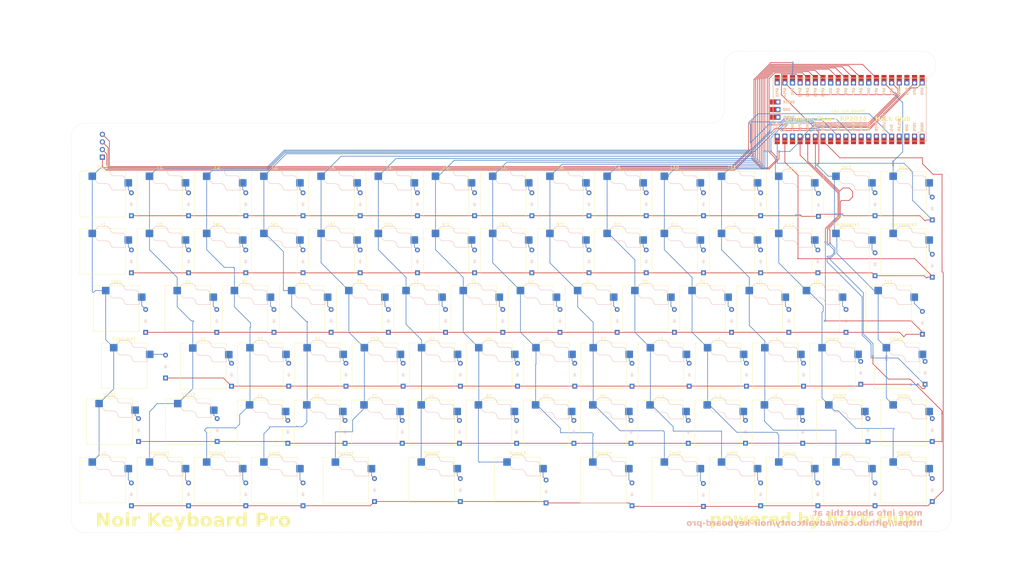
<source format=kicad_pcb>
(kicad_pcb (version 20240108) (generator "pcbnew") (generator_version "8.0")
  (title_block (rev "3") (company "advaitconty"))
  (layers (0 "F.Cu" signal) (31 "B.Cu" signal) (34 "B.Paste" user) (35 "F.Paste" user) (36 "B.SilkS" user "B.Silkscreen") (37 "F.SilkS" user "F.Silkscreen") (38 "B.Mask" user) (39 "F.Mask" user) (44 "Edge.Cuts" user))
  (net 0 "")
  (net 1 "Column 11")
  (net 2 "Net-('\"Diode1-A)")
  (net 3 "Row 3")
  (net 4 "Net-(-_Diode1-A)")
  (net 5 "Row 1")
  (net 6 "Column 10")
  (net 7 "Net-(/?Diode1-A)")
  (net 8 "Net-(0)Diode1-A)")
  (net 9 "Net-(1!Diode1-A)")
  (net 10 "Column 1")
  (net 11 "Column 2")
  (net 12 "Net-(2@Diode1-A)")
  (net 13 "Net-(3#Diode1-A)")
  (net 14 "Column 3")
  (net 15 "Column 4")
  (net 16 "Net-(4$Diode1-A)")
  (net 17 "Net-(5%Diode1-A)")
  (net 18 "Column 5")
  (net 19 "Column 6")
  (net 20 "Net-(6^Diode1-A)")
  (net 21 "Column 7")
  (net 22 "Net-(7&Diode1-A)")
  (net 23 "Column 8")
  (net 24 "Net-(8*Diode1-A)")
  (net 25 "Net-(9(Diode1-A)")
  (net 26 "Column 9")
  (net 27 "Net-(;:Diode1-A)")
  (net 28 "Net-(<,Diode1-A)")
  (net 29 "Column 12")
  (net 30 "Net-(=+Diode1-A)")
  (net 31 "Net-(>.Diode1-A)")
  (net 32 "Net-(ADiode1-A)")
  (net 33 "Net-(BDiode1-A)")
  (net 34 "Column 13")
  (net 35 "Net-(BackspaceDiode1-A)")
  (net 36 "Net-(CDiode1-A)")
  (net 37 "Column 0")
  (net 38 "Net-(CapsLockDiode1-A)")
  (net 39 "Net-(CmdDiode1-A)")
  (net 40 "Net-(CmdDiode2-A)")
  (net 41 "Row 5")
  (net 42 "Net-(ControlDiode1-A)")
  (net 43 "Net-(DDiode1-A)")
  (net 44 "Net-(DelDiode1-A)")
  (net 45 "Row 0")
  (net 46 "Net-(DownDiode1-A)")
  (net 47 "Net-(EDiode1-A)")
  (net 48 "Row 2")
  (net 49 "Net-(EnterDiode1-A)")
  (net 50 "Net-(EscDiode1-A)")
  (net 51 "Net-(F1Diode1-A)")
  (net 52 "Net-(F2Diode1-A)")
  (net 53 "Net-(F3Diode1-A)")
  (net 54 "Net-(F4Diode1-A)")
  (net 55 "Net-(F5Diode1-A)")
  (net 56 "Net-(F6Diode1-A)")
  (net 57 "Net-(F7Diode1-A)")
  (net 58 "Net-(F8Diode1-A)")
  (net 59 "Net-(F9Diode1-A)")
  (net 60 "Net-(F10Diode1-A)")
  (net 61 "Net-(F11Diode1-A)")
  (net 62 "Net-(F12Diode1-A)")
  (net 63 "Net-(FDiode1-A)")
  (net 64 "Net-(FnDiode1-A)")
  (net 65 "Net-(GDiode1-A)")
  (net 66 "Net-(HDiode1-A)")
  (net 67 "Net-(IDiode1-A)")
  (net 68 "Net-(JDiode1-A)")
  (net 69 "Net-(KDiode1-A)")
  (net 70 "Net-(LDiode1-A)")
  (net 71 "Net-(LeftDiode1-A)")
  (net 72 "Net-(MDiode1-A)")
  (net 73 "Net-(NDiode1-A)")
  (net 74 "Net-(ODiode1-A)")
  (net 75 "Net-(OptionDiode1-A)")
  (net 76 "Net-(PDiode1-A)")
  (net 77 "Net-(QDiode1-A)")
  (net 78 "Net-(RDiode1-A)")
  (net 79 "Net-(RightDiode1-A)")
  (net 80 "Net-(SDiode1-A)")
  (net 81 "Net-(ShiftDiode1-A)")
  (net 82 "Net-(ShiftDiode2-A)")
  (net 83 "Net-(SpaceDiode1-A)")
  (net 84 "Net-(TDiode1-A)")
  (net 85 "Net-(TabDiode1-A)")
  (net 86 "Net-(J2-GND)")
  (net 87 "Net-(J2-SDA)")
  (net 105 "Net-(J2-SCL)")
  (net 106 "Net-(J2-VCC)")
  (net 108 "Net-(UDiode1-A)")
  (net 109 "Net-(UpDiode1-A)")
  (net 110 "Net-(VDiode1-A)")
  (net 111 "Net-(WDiode1-A)")
  (net 112 "Net-(XDiode1-A)")
  (net 113 "Net-(YDiode1-A)")
  (net 114 "Net-(ZDiode1-A)")
  (net 115 "Net-([{Diode1-A)")
  (net 116 "Net-(\\|Diode1-A)")
  (net 117 "Net-(]}Diode1-A)")
  (net 118 "Net-(`~Diode1-A)")
  (net 119 "Row 4")
  (net 120 "Net-(EnterDiode2-A)")
  (net 121 "Net-(ShiftDiode3-A)")
  (net 122 "Net-(ShiftDiode4-A)")
  (net 123 "Net-(SpaceDiode2-A)")
  (net 124 "Net-(SpaceDiode3-A)")
  (net 125 "Net-(SpaceDiode4-A)")
  (net 126 "Net-(BackspaceDiode2-A)")
  (net 127 "Column 14")
  (net 128 "Net-(DelDiode2-A)")
  (footprint "ScottoKeebs_Hotswap:Hotswap_Choc_V1_1.00u" (layer "F.Cu") (at 257.175 152.4)
    (property "Reference" "Up1")
    (property "Value" "Keyswitch")
  )
  (footprint "ScottoKeebs_Hotswap:Hotswap_Choc_V1_1.00u" (layer "F.Cu") (at 66.675 152.4)
    (property "Reference" "Cmd1")
    (property "Value" "Keyswitch")
  )
  (footprint "ScottoKeebs_Hotswap:Hotswap_Choc_V1_1.00u" (layer "F.Cu") (at 257.175 57.15)
    (property "Reference" "Del1")
    (property "Value" "Keyswitch")
  )
  (footprint "ScottoKeebs_Hotswap:Hotswap_Choc_V1_1.00u" (layer "F.Cu") (at 257.175 76.2)
    (property "Reference" "Backspace1")
    (property "Value" "Keyswitch")
  )
  (footprint "ScottoKeebs_Hotswap:Hotswap_Choc_V1_1.00u" (layer "F.Cu") (at 233.4875 114.3)
    (property "Reference" "'\"1")
    (property "Value" "Keyswitch")
  )
  (footprint "ScottoKeebs_Components:OLED_128x32" (layer "F.Cu") (at 7.79 34.99)
    (property "Reference" "J2" (hide yes))
    (property "Value" "OLED_128x32")
  )
  (footprint "ScottoKeebs_Hotswap:Hotswap_Choc_V1_1.25u" (layer "F.Cu") (at 273.96875 114.3)
    (property "Reference" "Enter2")
    (property "Value" "Keyswitch")
  )
  (footprint "ScottoKeebs_Hotswap:Hotswap_Choc_V1_1.00u" (layer "F.Cu") (at 47.625 152.4)
    (property "Reference" "Option1")
    (property "Value" "Keyswitch")
  )
  (footprint "ScottoKeebs_Hotswap:Hotswap_Choc_V1_1.00u" (layer "F.Cu") (at 37.8125 95.25)
    (property "Reference" "Q1")
    (property "Value" "Keyswitch")
  )
  (footprint "ScottoKeebs_Hotswap:Hotswap_Choc_V1_1.00u" (layer "F.Cu") (at 104.775 76.2)
    (property "Reference" "5%1")
    (property "Value" "Keyswitch")
  )
  (footprint "ScottoKeebs_Hotswap:Hotswap_Choc_V1_1.00u" (layer "F.Cu") (at 28.575 76.2)
    (property "Reference" "1!1")
    (property "Value" "Keyswitch")
  )
  (footprint "ScottoKeebs_Hotswap:Hotswap_Choc_V1_1.00u" (layer "F.Cu") (at 233.3625 133.35)
    (property "Reference" "/1")
    (property "Value" "Keyswitch")
  )
  (footprint "ScottoKeebs_Hotswap:Hotswap_Choc_V1_1.00u" (layer "F.Cu") (at 219.075 76.2)
    (property "Reference" "-_1")
    (property "Value" "Keyswitch")
  )
  (footprint "ScottoKeebs_Hotswap:Hotswap_Choc_V1_1.00u" (layer "F.Cu") (at 100.1375 114.3)
    (property "Reference" "F13")
    (property "Value" "Keyswitch")
  )
  (footprint "ScottoKeebs_Hotswap:Hotswap_Choc_V1_1.00u" (layer "F.Cu") (at 28.575 152.4)
    (property "Reference" "Control1")
    (property "Value" "Keyswitch")
  )
  (footprint "ScottoKeebs_Hotswap:Hotswap_Choc_V1_1.00u" (layer "F.Cu") (at 62.0375 114.3)
    (property "Reference" "S1")
    (property "Value" "Keyswitch")
  )
  (footprint "ScottoKeebs_Hotswap:Hotswap_Choc_V1_1.00u" (layer "F.Cu") (at 104.775 57.15)
    (property "Reference" "F5")
    (property "Value" "Keyswitch")
  )
  (footprint "ScottoKeebs_Hotswap:Hotswap_Choc_V1_1.00u" (layer "F.Cu") (at 152.1125 95.25)
    (property "Reference" "U2")
    (property "Value" "Keyswitch")
  )
  (footprint "ScottoKeebs_Hotswap:Hotswap_Choc_V1_1.00u" (layer "F.Cu") (at 123.825 76.2)
    (property "Reference" "6^1")
    (property "Value" "Keyswitch")
  )
  (footprint "ScottoKeebs_Hotswap:Hotswap_Choc_V1_1.00u" (layer "F.Cu") (at 200.025 152.4)
    (property "Reference" "Cmd2")
    (property "Value" "Keyswitch")
  )
  (footprint "ScottoKeebs_Hotswap:Hotswap_Choc_V1_1.00u" (layer "F.Cu") (at 138.2375 114.3)
    (property "Reference" "H1")
    (property "Value" "Keyswitch")
  )
  (footprint "MountingHole:MountingHole_2.2mm_M2" (layer "F.Cu") (at 3.5 165.5)
    (property "Reference" "REF**" (hide yes))
    (property "Value" "MountingHole_2.2mm_M2" (hide yes))
  )
  (footprint "ScottoKeebs_Hotswap:Hotswap_Choc_V1_1.00u" (layer "F.Cu") (at 195.3875 114.3)
    (property "Reference" "L1")
    (property "Value" "Keyswitch")
  )
  (footprint "ScottoKeebs_Hotswap:Hotswap_Choc_V1_1.00u" (layer "F.Cu") (at 75.9125 95.25)
    (property "Reference" "E1")
    (property "Value" "Keyswitch")
  )
  (footprint "ScottoKeebs_MCU:Raspberry_Pi_Pico" (layer "F.Cu") (at 258.25 28.93 -90)
    (property "Reference" "U1" (hide yes))
    (property "Value" "Raspberry_Pi_Pico" (hide yes))
  )
  (footprint "ScottoKeebs_Hotswap:Hotswap_Choc_V1_1.00u" (layer "F.Cu") (at 123.825 57.15)
    (property "Reference" "F6")
    (property "Value" "Keyswitch")
  )
  (footprint "ScottoKeebs_Hotswap:Hotswap_Choc_V1_1.00u" (layer "F.Cu") (at 138.1125 133.35)
    (property "Reference" "B1")
    (property "Value" "Keyswitch")
  )
  (footprint "ScottoKeebs_Hotswap:Hotswap_Choc_V1_1.00u" (layer "F.Cu") (at 252.5375 114.3)
    (property "Reference" "Enter1")
    (property "Value" "Keyswitch")
  )
  (footprint "ScottoKeebs_Hotswap:Hotswap_Choc_V1_1.00u" (layer "F.Cu") (at 219.075 152.4)
    (property "Reference" "Left1")
    (property "Value" "Keyswitch")
  )
  (footprint "ScottoKeebs_Hotswap:Hotswap_Choc_V1_1.25u" (layer "F.Cu") (at 11.8 132.9)
    (property "Reference" "Shift1")
    (property "Value" "Keyswitch")
  )
  (footprint "ScottoKeebs_Hotswap:Hotswap_Choc_V1_1.00u" (layer "F.Cu") (at 176.2125 133.35)
    (property "Reference" "M1")
    (property "Value" "Keyswitch")
  )
  (footprint "ScottoKeebs_Hotswap:Hotswap_Choc_V1_1.00u" (layer "F.Cu") (at 214.4375 114.3)
    (property "Reference" ";:1")
    (property "Value" "Keyswitch")
  )
  (footprint "ScottoKeebs_Hotswap:Hotswap_Choc_V1_1.00u" (layer "F.Cu") (at 157.1625 133.35)
    (property "Reference" "N1")
    (property "Value" "Keyswitch")
  )
  (footprint "ScottoKeebs_Hotswap:Hotswap_Choc_V1_1.50u" (layer "F.Cu") (at 147.6375 152.4)
    (property "Reference" "Space3")
    (property "Value" "Keyswitch")
  )
  (footprint "ScottoKeebs_Hotswap:Hotswap_Choc_V1_1.00u" (layer "F.Cu") (at 200.025 57.15)
    (property "Reference" "F10")
    (property "Value" "Keyswitch")
  )
  (footprint "MountingHole:MountingHole_2.2mm_M2" (layer "F.Cu") (at 221 14)
    (property "Reference" "REF**" (hide yes))
    (property "Value" "MountingHole_2.2mm_M2" (hide yes))
  )
  (footprint "ScottoKeebs_Hotswap:Hotswap_Choc_V1_1.00u" (layer "F.Cu") (at 209.2625 95.25)
    (property "Reference" "P1")
    (property "Value" "Keyswitch")
  )
  (footprint "ScottoKeebs_Hotswap:Hotswap_Choc_V1_1.00u" (layer "F.Cu") (at 28.575 57.15)
    (property "Reference" "F1")
    (property "Value" "Keyswitch")
  )
  (footprint "ScottoKeebs_Hotswap:Hotswap_Choc_V1_1.00u" (layer "F.Cu") (at 176.3375 114.3)
    (property "Reference" "K1")
    (property "Value" "Keyswitch")
  )
  (footprint "ScottoKeebs_Hotswap:Hotswap_Choc_V1_1.00u" (layer "F.Cu") (at 142.875 76.2)
    (property "Reference" "7&1")
    (property "Value" "Keyswitch")
  )
  (footprint "ScottoKeebs_Hotswap:Hotswap_Choc_V1_1.00u" (layer "F.Cu") (at 195.2625 133.35)
    (property "Reference" "<,1")
    (property "Value" "Keyswitch")
  )
  (footprint "ScottoKeebs_Hotswap:Hotswap_Choc_V1_1.00u" (layer "F.Cu") (at 9.525 76.2)
    (property "Reference" "`~1")
    (property "Value" "Keyswitch")
  )
  (footprint "ScottoKeebs_Hotswap:Hotswap_Choc_V1_1.00u" (layer "F.Cu") (at 238.125 76.2)
    (property "Reference" "=+1")
    (property "Value" "Keyswitch")
  )
  (footprint "ScottoKeebs_Hotswap:Hotswap_Choc_V1_1.00u" (layer "F.Cu") (at 161.925 57.15)
    (property "Reference" "F8")
    (property "Value" "Keyswitch")
  )
  (footprint "ScottoKeebs_Hotswap:Hotswap_Choc_V1_1.00u" (layer "F.Cu") (at 47.625 76.2)
    (property "Reference" "2@1")
    (property "Value" "Keyswitch")
  )
  (footprint "ScottoKeebs_Hotswap:Hotswap_Choc_V1_1.50u" (layer "F.Cu") (at 14 95.25)
    (property "Reference" "Tab1")
    (property "Value" "Keyswitch")
  )
  (footprint "ScottoKeebs_Hotswap:Hotswap_Choc_V1_1.00u" (layer "F.Cu") (at 161.925 76.2)
    (property "Reference" "8*1")
    (property "Value" "Keyswitch")
  )
  (footprint "ScottoKeebs_Hotswap:Hotswap_Choc_V1_1.00u" (layer "F.Cu") (at 276.225 76.2)
    (property "Reference" "Backspace2")
    (property "Value" "Keyswitch")
  )
  (footprint "ScottoKeebs_Hotswap:Hotswap_Choc_V1_1.00u" (layer "F.Cu") (at 81.0875 114.3)
    (property "Reference" "D1")
    (property "Value" "Keyswitch")
  )
  (footprint "ScottoKeebs_Hotswap:Hotswap_Choc_V1_1.75u" (layer "F.Cu") (at 16.66875 114.3)
    (property "Reference" "CapsLock1")
    (property "Value" "Keyswitch")
  )
  (footprint "ScottoKeebs_Hotswap:Hotswap_Choc_V1_1.00u" (layer "F.Cu") (at 66.675 76.2)
    (property "Reference" "3#1")
    (property "Value" "Keyswitch")
  )
  (footprint "ScottoKeebs_Hotswap:Hotswap_Choc_V1_1.00u" (layer "F.Cu") (at 9.525 57.15)
    (property "Reference" "Esc1")
    (property "Value" "Keyswitch")
  )
  (footprint "ScottoKeebs_Hotswap:Hotswap_Choc_V1_1.00u" (layer "F.Cu") (at 47.625 57.15)
    (property "Reference" "F2")
    (property "Value" "Keyswitch")
  )
  (footprint "ScottoKeebs_Hotswap:Hotswap_Choc_V1_1.00u" (layer "F.Cu") (at 276.225 57.15)
    (property "Reference" "Del2")
    (property "Value" "Keyswitch")
  )
  (footprint "ScottoKeebs_Hotswap:Hotswap_Choc_V1_1.00u" (layer "F.Cu") (at 114.0125 95.25)
    (property "Reference" "T1")
    (property "Value" "Keyswitch")
  )
  (footprint "ScottoKeebs_Hotswap:Hotswap_Choc_V1_1.00u" (layer "F.Cu") (at 119.1875 114.3)
    (property "Reference" "G1")
    (property "Value" "Keyswitch")
  )
  (footprint "ScottoKeebs_Hotswap:Hotswap_Choc_V1_1.50u" (layer "F.Cu") (at 176.2125 152.4)
    (property "Reference" "Space4")
    (property "Value" "Keyswitch")
  )
  (footprint "ScottoKeebs_Hotswap:Hotswap_Choc_V1_1.00u" (layer "F.Cu") (at 80.9625 133.35)
    (property "Reference" "X1")
    (property "Value" "Keyswitch")
  )
  (footprint "ScottoKeebs_Hotswap:Hotswap_Choc_V1_1.00u" (layer "F.Cu") (at 200.025 76.2)
    (property "Reference" "0)1")
    (property "Value" "Keyswitch")
  )
  (footprint "ScottoKeebs_Hotswap:Hotswap_Choc_V1_1.25u" (layer "F.Cu") (at 254.79375 133.35)
    (property "Reference" "Shift2")
    (property "Value" "Keyswitch")
  )
  (footprint "MountingHole:MountingHole_2.2mm_M2" (layer "F.Cu") (at 221 38)
    (property "Reference" "REF**" (hide yes))
    (property "Value" "MountingHole_2.2mm_M2" (hide yes))
  )
  (footprint "ScottoKeebs_Hotswap:Hotswap_Choc_V1_1.50u" (layer "F.Cu") (at 90.4875 152.42)
    (property "Reference" "Space1")
    (property "Value" "Keyswitch")
  )
  (footprint "ScottoKeebs_Hotswap:Hotswap_Choc_V1_1.00u" (layer "F.Cu") (at 214.3125 133.35)
    (property "Reference" ">.1")
    (property "Value" "Keyswitch")
  )
  (footprint "ScottoKeebs_Hotswap:Hotswap_Choc_V1_1.00u" (layer "F.Cu") (at 85.725 57.15)
    (property "Reference" "F4")
    (property "Value" "Keyswitch")
  )
  (footprint "MountingHole:MountingHole_2.2mm_M2" (layer "F.Cu") (at 4 38)
    (property "Reference" "REF**" (hide yes))
    (property "Value" "MountingHole_2.2mm_M2" (hide yes))
  )
  (footprint "MountingHole:MountingHole_2.2mm_M2" (layer "F.Cu") (at 287.5 165)
    (property "Reference" "REF**" (hide yes))
    (property "Value" "MountingHole_2.2mm_M2" (hide yes))
  )
  (footprint "ScottoKeebs_Hotswap:Hotswap_Choc_V1_1.00u" (layer "F.Cu") (at 66.675 57.15)
    (property "Reference" "F3")
    (property "Value" "Keyswitch")
  )
  (footprint "ScottoKeebs_Hotswap:Hotswap_Choc_V1_1.00u" (layer "F.Cu") (at 157.2875 114.3)
    (property "Reference" "J1")
    (property "Value" "Keyswitch")
  )
  (footprint "ScottoKeebs_Hotswap:Hotswap_Choc_V1_1.00u" (layer "F.Cu") (at 238.125 152.4)
    (property "Reference" "Down1")
    (property "Value" "Keyswitch")
  )
  (footprint "ScottoKeebs_Hotswap:Hotswap_Choc_V1_1.00u" (layer "F.Cu") (at 190.2125 95.25)
    (property "Reference" "O1")
    (property "Value" "Keyswitch")
  )
  (footprint "ScottoKeebs_Hotswap:Hotswap_Choc_V1_1.00u" (layer "F.Cu") (at 56.8625 95.25)
    (property "Reference" "W1")
    (property "Value" "Keyswitch")
  )
  (footprint "MountingHole:MountingHole_2.2mm_M2" (layer "F.Cu") (at 143 165)
    (property "Reference" "REF**" (hide yes))
    (property "Value" "MountingHole_2.2mm_M2" (hide yes))
  )
  (footprint "ScottoKeebs_Hotswap:Hotswap_Choc_V1_1.00u" (layer "F.Cu") (at 180.975 76.2)
    (property "Reference" "9(1")
    (property "Value" "Keyswitch")
  )
  (footprint "ScottoKeebs_Hotswap:Hotswap_Choc_V1_1.00u" (layer "F.Cu") (at 119.0625 133.35)
    (property "Reference" "V1")
    (property "Value" "Keyswitch")
  )
  (footprint "ScottoKeebs_Hotswap:Hotswap_Choc_V1_1.50u" (layer "F.Cu") (at 271.2425 95.25)
    (property "Reference" "\\|1")
    (property "Value" "Keyswitch")
  )
  (footprint "ScottoKeebs_Hotswap:Hotswap_Choc_V1_1.00u" (layer "F.Cu") (at 180.975 57.15)
    (property "Reference" "F9")
    (property "Value" "Keyswitch")
  )
  (footprint "ScottoKeebs_Hotswap:Hotswap_Choc_V1_1.50u" (layer "F.Cu") (at 119.0625 152.4)
    (property "Reference" "Space2")
    (property "Value" "Keyswitch")
  )
  (footprint "ScottoKeebs_Hotswap:Hotswap_Choc_V1_1.00u" (layer "F.Cu") (at 100.0125 133.35)
    (property "Reference" "C1")
    (property "Value" "Keyswitch")
  )
  (footprint "MountingHole:MountingHole_2.2mm_M2" (layer "F.Cu") (at 125.91 38)
    (property "Reference" "REF**" (hide yes))
    (property "Value" "MountingHole_2.2mm_M2" (hide yes))
  )
  (footprint "ScottoKeebs_Hotswap:Hotswap_Choc_V1_1.00u" (layer "F.Cu") (at 142.875 57.15)
    (property "Reference" "F7")
    (property "Value" "Keyswitch")
  )
  (footprint "ScottoKeebs_Hotswap:Hotswap_Choc_V1_1.00u" (layer "F.Cu") (at 42.9875 114.4)
    (property "Reference" "A1")
    (property "Value" "Keyswitch")
  )
  (footprint "ScottoKeebs_Hotswap:Hotswap_Choc_V1_1.00u" (layer "F.Cu") (at 276.225 152.4)
    (property "Reference" "Right1")
    (property "Value" "Keyswitch")
  )
  (footprint "ScottoKeebs_Hotswap:Hotswap_Choc_V1_1.50u" (layer "F.Cu") (at 37.99375 132.92)
    (property "Reference" "Shift3")
    (property "Value" "Keyswitch")
  )
  (footprint "ScottoKeebs_Hotswap:Hotswap_Choc_V1_1.00u" (layer "F.Cu") (at 9.525 152.4)
    (property "Reference" "Fn1")
    (property "Value" "Keyswitch")
  )
  (footprint "ScottoKeebs_Hotswap:Hotswap_Choc_V1_1.00u" (layer "F.Cu") (at 228.3125 95.25)
    (property "Reference" "[{1")
    (property "Value" "Keyswitch")
  )
  (footprint "ScottoKeebs_Hotswap:Hotswap_Choc_V1_1.00u" (layer "F.Cu") (at 171.1625 95.25)
    (property "Reference" "I1")
    (property "Value" "Keyswitch")
  )
  (footprint "ScottoKeebs_Hotswap:Hotswap_Choc_V1_1.00u" (layer "F.Cu") (at 219.075 57.15)
    (property "Reference" "F11")
    (property "Value" "Keyswitch")
  )
  (footprint "ScottoKeebs_Hotswap:Hotswap_Choc_V1_1.00u" (layer "F.Cu") (at 133.0625 95.25)
    (property "Reference" "Y1")
    (property "Value" "Keyswitch")
  )
  (footprint "ScottoKeebs_Hotswap:Hotswap_Choc_V1_1.00u" (layer "F.Cu") (at 94.9625 95.25)
    (property "Reference" "R1")
    (property "Value" "Keyswitch")
  )
  (footprint "ScottoKeebs_Hotswap:Hotswap_Choc_V1_1.00u" (layer "F.Cu") (at 276.225 133.35)
    (property "Reference" "Shift4")
    (property "Value" "Keyswitch")
  )
  (footprint "ScottoKeebs_Hotswap:Hotswap_Choc_V1_1.00u" (layer "F.Cu") (at 238.125 57.15)
    (property "Reference" "F12")
    (property "Value" "Keyswitch")
  )
  (footprint "ScottoKeebs_Hotswap:Hotswap_Choc_V1_1.00u" (layer "F.Cu") (at 61.9125 133.35)
    (property "Reference" "Z1")
    (property "Value" "Keyswitch")
  )
  (footprint "MountingHole:MountingHole_2.2mm_M2" (layer "F.Cu") (at 282.5 14)
    (property "Reference" "REF**" (hide yes))
    (property "Value" "MountingHole_2.2mm_M2" (hide yes))
  )
  (footprint "ScottoKeebs_Hotswap:Hotswap_Choc_V1_1.00u" (layer "F.Cu") (at 247.3625 95.25)
    (property "Reference" "]}1")
    (property "Value" "Keyswitch")
  )
  (footprint "ScottoKeebs_Hotswap:Hotswap_Choc_V1_1.00u" (layer "F.Cu") (at 85.725 76.2)
    (property "Reference" "4$1")
    (property "Value" "Keyswitch")
  )
  (footprint "ScottoKeebs_Components:Diode_DO-35" (layer "B.Cu") (at 180.825 103.1825 90)
    (property "Reference" "IDiode1" (hide yes))
    (property "Value" "Diode" (hide yes))
  )
  (footprint "ScottoKeebs_Components:Diode_DO-35" (layer "B.Cu") (at 223.55 140.13 90)
    (property "Reference" ">.Diode1" (hide yes))
    (property "Value" "Diode" (hide yes))
  )
  (footprint "ScottoKeebs_Components:Diode_DO-35" (layer "B.Cu") (at 237.975 103.1825 90)
    (property "Reference" "[{Diode1" (hide yes))
    (property "Value" "Diode" (hide yes))
  )
  (footprint "ScottoKeebs_Components:Diode_DO-35" (layer "B.Cu") (at 19.05 83.34375 90)
    (property "Reference" "`~Diode1" (hide yes))
    (property "Value" "Diode" (hide yes))
  )
  (footprint "ScottoKeebs_Components:Diode_DO-35" (layer "B.Cu") (at 261.9375 120.49125 90)
    (property "Reference" "EnterDiode1" (hide yes))
    (property "Value" "Diode" (hide yes))
  )
  (footprint "ScottoKeebs_Components:Diode_DO-35" (layer "B.Cu") (at 166.4 140.16 90)
    (property "Reference" "NDiode1" (hide yes))
    (property "Value" "Diode" (hide yes))
  )
  (footprint "ScottoKeebs_Components:Diode_DO-35" (layer "B.Cu") (at 47.625 139.54125 90)
    (property "Reference" "ShiftDiode3" (hide yes))
    (property "Value" "Diode" (hide yes))
  )
  (footprint "ScottoKeebs_Components:Diode_DO-35" (layer "B.Cu") (at 247.65 83.34375 90)
    (property "Reference" "=+Diode1" (hide yes))
    (property "Value" "Diode" (hide yes))
  )
  (footprint "ScottoKeebs_Components:Diode_DO-35" (layer "B.Cu") (at 161.775 103.1825 90)
    (property "Reference" "UDiode1" (hide yes))
    (property "Value" "Diode" (hide yes))
  )
  (footprint "ScottoKeebs_Components:Diode_DO-35" (layer "B.Cu") (at 100.0125 159.54375 90)
    (property "Reference" "SpaceDiode1" (hide yes))
    (property "Value" "Diode" (hide yes))
  )
  (footprint "ScottoKeebs_Components:Diode_DO-35" (layer "B.Cu") (at 47.475 103.1825 90)
    (property "Reference" "QDiode1" (hide yes))
    (property "Value" "Diode" (hide yes))
  )
  (footprint "ScottoKeebs_Components:Diode_DO-35" (layer "B.Cu") (at 38.1 83.34375 90)
    (property "Reference" "1!Diode1" (hide yes))
    (property "Value" "Diode" (hide yes))
  )
  (footprint "ScottoKeebs_Components:Diode_DO-35" (layer "B.Cu") (at 209.55 83.34375 90)
    (property "Reference" "0)Diode1" (hide yes))
    (property "Value" "Diode" (hide yes))
  )
  (footprint "ScottoKeebs_Components:Diode_DO-35" (layer "B.Cu") (at 218.925 103.1825 90)
    (property "Reference" "PDiode1" (hide yes))
    (property "Value" "Diode" (hide yes))
  )
  (footprint "ScottoKeebs_Components:Diode_DO-35" (layer "B.Cu") (at 285.75 65.7225 90)
    (property "Reference" "DelDiode2" (hide yes))
    (property "Value" "Diode" (hide yes))
  )
  (footprint "ScottoKeebs_Components:Diode_DO-35" (layer "B.Cu") (at 114.3 83.34375 90)
    (property "Reference" "5%Diode1" (hide yes))
    (property "Value" "Diode" (hide yes))
  )
  (footprint "ScottoKeebs_Components:Diode_DO-35" (layer "B.Cu") (at 71.45 121.11 90)
    (property "Reference" "SDiode1" (hide yes))
    (property "Value" "Diode" (hide yes))
  )
  (footprint "ScottoKeebs_Components:Diode_DO-35" (layer "B.Cu") (at 185.7375 160.9725 90)
    (property "Reference" "SpaceDiode4" (hide yes))
    (property "Value" "Diode" (hide yes))
  )
  (footprint "ScottoKeebs_Components:Diode_DO-35" (layer "B.Cu") (at 266.7 84.29625 90)
    (property "Reference" "BackspaceDiode1" (hide yes))
    (property "Value" "Diode" (hide yes))
  )
  (footprint "ScottoKeebs_Components:Diode_DO-35" (layer "B.Cu") (at 190.5 64.29375 90)
    (property "Reference" "F9Diode1" (hide yes))
    (property "Value" "Diode" (hide yes))
  )
  (footprint "ScottoKeebs_Components:Diode_DO-35" (layer "B.Cu") (at 85.575 103.1825 90)
    (property "Reference" "EDiode1" (hide yes))
    (property "Value" "Diode" (hide yes))
  )
  (footprint "ScottoKeebs_Components:Diode_DO-35" (layer "B.Cu") (at 38.1 160.9725 90)
    (property "Reference" "ControlDiode1" (hide yes))
    (property "Value" "Diode" (hide yes))
  )
  (footprint "ScottoKeebs_Components:Diode_DO-35" (layer "B.Cu") (at 264.31875 139.54125 90)
    (property "Reference" "ShiftDiode2" (hide yes))
    (property "Value" "Diode" (hide yes))
  )
  (footprint "ScottoKeebs_Components:Diode_DO-35" (layer "B.Cu") (at 209.55 64.29375 90)
    (property "Reference" "F10Diode1" (hide yes))
    (property "Value" "Diode" (hide yes))
  )
  (footprint "ScottoKeebs_Components:Diode_DO-35" (layer "B.Cu") (at 76.2 64.29375 90)
    (property "Reference" "F3Diode1" (hide yes))
    (property "Value" "Diode" (hide yes))
  )
  (footprint "ScottoKeebs_Components:Diode_DO-35" (layer "B.Cu") (at 21.43125 139.54125 90)
    (property "Reference" "ShiftDiode1" (hide yes))
    (property "Value" "Diode" (hide yes))
  )
  (footprint "ScottoKeebs_Components:Diode_DO-35" (layer "B.Cu") (at 19.05 64.29375 90)
    (property "Reference" "EscDiode1" (hide yes))
    (property "Value" "Diode" (hide yes))
  )
  (footprint "ScottoKeebs_Components:Diode_DO-35" (layer "B.Cu") (at 147.65 121.11 90)
    (property "Reference" "HDiode1" (hide yes))
    (property "Value" "Diode" (hide yes))
  )
  (footprint "ScottoKeebs_Components:Diode_DO-35" (layer "B.Cu") (at 204.8 121.11 90)
    (property "Reference" "LDiode1" (hide yes))
    (property "Value" "Diode" (hide yes))
  )
  (footprint "ScottoKeebs_Components:Diode_DO-35" (layer "B.Cu") (at 128.3 140.16 90)
    (property "Reference" "VDiode1" (hide yes))
    (property "Value" "Diode" (hide yes))
  )
  (footprint "ScottoKeebs_Components:Diode_DO-35" (layer "B.Cu") (at 133.35 64.29375 90)
    (property "Reference" "F6Diode1" (hide yes))
    (property "Value" "Diode" (hide yes))
  )
  (footprint "ScottoKeebs_Components:Diode_DO-35" (layer "B.Cu") (at 185.75 121.11 90)
    (property "Reference" "KDiode1" (hide yes))
    (property "Value" "Diode" (hide yes))
  )
  (footprint "ScottoKeebs_Components:Diode_DO-35" (layer "B.Cu") (at 285.75 84.7725 90)
    (property "Reference" "BackspaceDiode2" (hide yes))
    (property "Value" "Diode" (hide yes))
  )
  (footprint "ScottoKeebs_Components:Diode_DO-35" (layer "B.Cu") (at 123.675 103.1825 90)
    (property "Reference" "TDiode1" (hide yes))
    (property "Value" "Diode" (hide yes))
  )
  (footprint "ScottoKeebs_Components:Diode_DO-35" (layer "B.Cu") (at 185.45 140.16 90)
    (property "Reference" "MDiode1" (hide yes))
    (property "Value" "Diode" (hide yes))
  )
  (footprint "ScottoKeebs_Components:Diode_DO-35" (layer "B.Cu") (at 38.1 64.29375 90)
    (property "Reference" "F1Diode1" (hide yes))
    (property "Value" "Diode" (hide yes))
  )
  (footprint "ScottoKeebs_Components:Diode_DO-35" (layer "B.Cu") (at 19.05 160.9725 90)
    (property "Reference" "FnDiode1" (hide yes))
    (property "Value" "Diode" (hide yes))
  )
  (footprint "ScottoKeebs_Components:Diode_DO-35" (layer "B.Cu") (at 285.75 139.54125 90)
    (property "Reference" "ShiftDiode4" (hide yes))
    (property "Value" "Diode" (hide yes))
  )
  (footprint "ScottoKeebs_Components:Diode_DO-35" (layer "B.Cu") (at 152.4 64.29375 90)
    (property "Reference" "F7Diode1" (hide yes))
    (property "Value" "Diode" (hide yes))
  )
  (footprint "ScottoKeebs_Components:Diode_DO-35" (layer "B.Cu") (at 90.2 140.16 90)
    (property "Reference" "XDiode1" (hide yes))
    (property "Value" "Diode" (hide yes))
  )
  (footprint "ScottoKeebs_Components:Diode_DO-35" (layer "B.Cu") (at 66.525 103.1825 90)
    (property "Reference" "WDiode1" (hide yes))
    (property "Value" "Diode" (hide yes))
  )
  (footprint "ScottoKeebs_Components:Diode_DO-35" (layer "B.Cu") (at 90.5 121.11 90)
    (property "Reference" "DDiode1" (hide yes))
    (property "Value" "Diode" (hide yes))
  )
  (footprint "ScottoKeebs_Components:Diode_DO-35" (layer "B.Cu") (at 190.5 83.34375 90)
    (property "Reference" "9(Diode1" (hide yes))
    (property "Value" "Diode" (hide yes))
  )
  (footprint "ScottoKeebs_Components:Diode_DO-35" (layer "B.Cu") (at 76.2 83.34375 90)
    (property "Reference" "3#Diode1" (hide yes))
    (property "Value" "Diode" (hide yes))
  )
  (footprint "ScottoKeebs_Components:Diode_DO-35" (layer "B.Cu") (at 133.35 83.34375 90)
    (property "Reference" "6^Diode1" (hide yes))
    (property "Value" "Diode" (hide yes))
  )
  (footprint "ScottoKeebs_Components:Diode_DO-35" (layer "B.Cu") (at 57.15 83.34375 90)
    (property "Reference" "2@Diode1" (hide yes))
    (property "Value" "Diode" (hide yes))
  )
  (footprint "ScottoKeebs_Components:Diode_DO-35" (layer "B.Cu") (at 95.25 64.29375 90)
    (property "Reference" "F4Diode1" (hide yes))
    (property "Value" "Diode" (hide yes))
  )
  (footprint "ScottoKeebs_Components:Diode_DO-35" (layer "B.Cu") (at 247.84 64.50375 90)
    (property "Reference" "F12Diode1" (hide yes))
    (property "Value" "Diode" (hide yes))
  )
  (footprint "ScottoKeebs_Components:Diode_DO-35" (layer "B.Cu") (at 114.3 64.29375 90)
    (property "Reference" "F5Diode1" (hide yes))
    (property "Value" "Diode" (hide yes))
  )
  (footprint "ScottoKeebs_Components:Diode_DO-35" (layer "B.Cu") (at 171.45 83.34375 90)
    (property "Reference" "8*Diode1" (hide yes))
    (property "Value" "Diode" (hide yes))
  )
  (footprint "ScottoKeebs_Components:Diode_DO-35" (layer "B.Cu") (at 242.6 140.16 90)
    (property "Reference" "/?Diode1" (hide yes))
    (property "Value" "Diode" (hide yes))
  )
  (footprint "ScottoKeebs_Components:Diode_DO-35" (layer "B.Cu") (at 76.2 160.9725 90)
    (property "Reference" "CmdDiode1" (hide yes))
    (property "Value" "Diode" (hide yes))
  )
  (footprint "ScottoKeebs_Components:Diode_DO-35" (layer "B.Cu") (at 30.44 118.38 90)
    (property "Reference" "CapsLockDiode1" (hide yes))
    (property "Value" "Diode" (hide yes))
  )
  (footprint "ScottoKeebs_Components:Diode_DO-35" (layer "B.Cu") (at 247.65 160.9725 90)
    (property "Reference" "DownDiode1" (hide yes))
    (property "Value" "Diode" (hide yes))
  )
  (footprint "ScottoKeebs_Components:Diode_DO-35" (layer "B.Cu") (at 228.6 160.9725 90)
    (property "Reference" "LeftDiode1" (hide yes))
    (property "Value" "Diode" (hide yes))
  )
  (footprint "ScottoKeebs_Components:Diode_DO-35" (layer "B.Cu") (at 228.6 64.29375 90)
    (property "Reference" "F11Diode1" (hide yes))
    (property "Value" "Diode" (hide yes))
  )
  (footprint "ScottoKeebs_Components:Diode_DO-35" (layer "B.Cu") (at 128.5875 159.54375 90)
    (property "Reference" "SpaceDiode2" (hide yes))
    (property "Value" "Diode" (hide yes))
  )
  (footprint "ScottoKeebs_Components:Diode_DO-35" (layer "B.Cu") (at 266.7 160.9725 90)
    (property "Reference" "UpDiode1" (hide yes))
    (property "Value" "Diode" (hide yes))
  )
  (footprint "ScottoKeebs_Components:Diode_DO-35" (layer "B.Cu") (at 157.1625 160.02 90)
    (property "Reference" "SpaceDiode3" (hide yes))
    (property "Value" "Diode" (hide yes))
  )
  (footprint "ScottoKeebs_Components:Diode_DO-35" (layer "B.Cu") (at 266.7 64.29375 90)
    (property "Reference" "DelDiode1" (hide yes))
    (property "Value" "Diode" (hide yes))
  )
  (footprint "ScottoKeebs_Components:Diode_DO-35" (layer "B.Cu") (at 209.53 161.18 90)
    (property "Reference" "CmdDiode2" (hide yes))
    (property "Value" "Diode" (hide yes))
  )
  (footprint "ScottoKeebs_Components:Diode_DO-35" (layer "B.Cu") (at 57.15 160.9725 90)
    (property "Reference" "OptionDiode1" (hide yes))
    (property "Value" "Diode" (hide yes))
  )
  (footprint "ScottoKeebs_Components:Diode_DO-35" (layer "B.Cu") (at 199.875 103.1825 90)
    (property "Reference" "ODiode1" (hide yes))
    (property "Value" "Diode" (hide yes))
  )
  (footprint "ScottoKeebs_Components:Diode_DO-35" (layer "B.Cu") (at 23.8125 103.1825 90)
    (property "Reference" "TabDiode1" (hide yes))
    (property "Value" "Diode" (hide yes))
  )
  (footprint "ScottoKeebs_Components:Diode_DO-35" (layer "B.Cu") (at 52.4 121.11 90)
    (property "Reference" "ADiode1" (hide yes))
    (property "Value" "Diode" (hide yes))
  )
  (footprint "ScottoKeebs_Components:Diode_DO-35" (layer "B.Cu") (at 95.25 83.34375 90)
    (property "Reference" "4$Diode1" (hide yes))
    (property "Value" "Diode" (hide yes))
  )
  (footprint "ScottoKeebs_Components:Diode_DO-35" (layer "B.Cu") (at 57.15 64.29375 90)
    (property "Reference" "F2Diode1" (hide yes))
    (property "Value" "Diode" (hide yes))
  )
  (footprint "ScottoKeebs_Components:Diode_DO-35" (layer "B.Cu") (at 104.625 103.1825 90)
    (property "Reference" "RDiode1" (hide yes))
    (property "Value" "Diode" (hide yes))
  )
  (footprint "ScottoKeebs_Components:Diode_DO-35" (layer "B.Cu") (at 242.9 121.11 90)
    (property "Reference" "'\"Diode1" (hide yes))
    (property "Value" "Diode" (hide yes))
  )
  (footprint "ScottoKeebs_Components:Diode_DO-35" (layer "B.Cu") (at 142.725 103.1825 90)
    (property "Reference" "YDiode1" (hide yes))
    (property "Value" "Diode" (hide yes))
  )
  (footprint "ScottoKeebs_Components:Diode_DO-35" (layer "B.Cu") (at 283.36875 120.49125 90)
    (property "Reference" "EnterDiode2" (hide yes))
    (property "Value" "Diode" (hide yes))
  )
  (footprint "ScottoKeebs_Components:Diode_DO-35" (layer "B.Cu") (at 128.6 121.11 90)
    (property "Reference" "GDiode1" (hide yes))
    (property "Value" "Diode" (hide yes))
  )
  (footprint "ScottoKeebs_Components:Diode_DO-35" (layer "B.Cu") (at 204.5 140.16 90)
    (property "Reference" "<,Diode1" (hide yes))
    (property "Value" "Diode" (hide yes))
  )
  (footprint "ScottoKeebs_Components:Diode_DO-35" (layer "B.Cu") (at 71.15 140.16 90)
    (property "Reference" "ZDiode1" (hide yes))
    (property "Value" "Diode" (hide yes))
  )
  (footprint "ScottoKeebs_Components:Diode_DO-35" (layer "B.Cu") (at 166.7 121.11 90)
    (property "Reference" "JDiode1" (hide yes))
    (property "Value" "Diode" (hide yes))
  )
  (footprint "ScottoKeebs_Components:Diode_DO-35" (layer "B.Cu") (at 171.45 64.29375 90)
    (property "Reference" "F8Diode1" (hide yes))
    (property "Value" "Diode" (hide yes))
  )
  (footprint "ScottoKeebs_Components:Diode_DO-35" (layer "B.Cu") (at 152.4 83.34375 90)
    (property "Reference" "7&Diode1" (hide yes))
    (property "Value" "Diode" (hide yes))
  )
  (footprint "ScottoKeebs_Components:Diode_DO-35" (layer "B.Cu") (at 285.75 159.54375 90)
    (property "Reference" "RightDiode1" (hide yes))
    (property "Value" "Diode" (hide yes))
  )
  (footprint "ScottoKeebs_Components:Diode_DO-35" (layer "B.Cu") (at 257.025 103.1825 90)
    (property "Reference" "]}Diode1" (hide yes))
    (property "Value" "Diode" (hide yes))
  )
  (footprint "ScottoKeebs_Components:Diode_DO-35" (layer "B.Cu") (at 109.55 121.11 90)
    (property "Reference" "FDiode1" (hide yes))
    (property "Value" "Diode" (hide yes))
  )
  (footprint "ScottoKeebs_Components:Diode_DO-35" (layer "B.Cu") (at 223.85 121.11 90)
    (property "Reference" ";:Diode1" (hide yes))
    (property "Value" "Diode" (hide yes))
  )
  (footprint "ScottoKeebs_Components:Diode_DO-35" (layer "B.Cu") (at 228.6 83.34375 90)
    (property "Reference" "-_Diode1" (hide yes))
    (property "Value" "Diode" (hide yes))
  )
  (footprint "ScottoKeebs_Components:Diode_DO-35" (layer "B.Cu") (at 147.35 140.16 90)
    (property "Reference" "BDiode1" (hide yes))
    (property "Value" "Diode" (hide yes))
  )
  (footprint "ScottoKeebs_Components:Diode_DO-35" (layer "B.Cu") (at 109.25 140.16 90)
    (property "Reference" "CDiode1" (hide yes))
    (property "Value" "Diode" (hide yes))
  )
  (footprint "ScottoKeebs_Components:Diode_DO-35" (layer "B.Cu") (at 282.45 103.8225 90)
    (property "Reference" "\\|Diode1" (hide yes))
    (property "Value" "Diode" (hide yes))
  )
  (gr_line (start 209 33.5) (end 212 33.5) (stroke (width 0.05)) (layer "Edge.Cuts"))
  (gr_arc (start -1 38) (mid 0.318019 34.818019) (end 3.5 33.5) (stroke (width 0.05)) (layer "Edge.Cuts"))
  (gr_arc (start 216.5 14) (mid 217.818019 10.818019) (end 221 9.5) (stroke (width 0.05)) (layer "Edge.Cuts"))
  (gr_arc (start 3.5 170) (mid 0.318019 168.681981) (end -1 165.5) (stroke (width 0.05)) (layer "Edge.Cuts"))
  (gr_line (start 3.5 170) (end 287.5 169.5) (stroke (width 0.05)) (layer "Edge.Cuts"))
  (gr_arc (start 216.5 29) (mid 215.181981 32.181981) (end 212 33.5) (stroke (width 0.05)) (layer "Edge.Cuts"))
  (gr_arc (start 292 165) (mid 290.681981 168.181981) (end 287.5 169.5) (stroke (width 0.05)) (layer "Edge.Cuts"))
  (gr_arc (start 288.5 49.5) (mid 285.318019 48.181981) (end 284 45) (stroke (width 0.05)) (layer "Edge.Cuts"))
  (gr_line (start 216.5 14) (end 216.5 29) (stroke (width 0.05)) (layer "Edge.Cuts"))
  (gr_arc (start 288.5 49.5) (mid 290.974874 50.525126) (end 292 53) (stroke (width 0.05)) (layer "Edge.Cuts"))
  (gr_line (start -1 165.5) (end -1 38) (stroke (width 0.05)) (layer "Edge.Cuts"))
  (gr_line (start 221 9.5) (end 282.5 9.527482) (stroke (width 0.05)) (layer "Edge.Cuts"))
  (gr_line (start 292 53) (end 292 165) (stroke (width 0.05)) (layer "Edge.Cuts"))
  (gr_line (start 284 18.21348) (end 284 45) (stroke (width 0.05)) (layer "Edge.Cuts"))
  (gr_arc (start 282.5 9.527482) (mid 286.907283 13.238899) (end 284 18.21348) (stroke (width 0.05)) (layer "Edge.Cuts"))
  (gr_line (start 3.5 33.5) (end 209 33.5) (stroke (width 0.05)) (layer "Edge.Cuts"))
  (gr_text "more info about this at \nhttps://github.com/advaitconty/noir-keyboard-pro" (at 282.5 168 0) (layer "B.SilkS") (effects (font (size 2 2) (thickness 0.4) (bold yes)) (justify left bottom mirror)))
  (gr_text "powered by hack club" (at 211.58 168.02 0) (layer "F.SilkS") (effects (font (size 4 4) (thickness 0.8) (bold yes)) (justify left bottom)))
  (gr_text "Noir Keyboard Pro" (at 7.09 168.67 0) (layer "F.SilkS") (effects (font (size 4.5 4.5) (thickness 0.3) (bold yes)) (justify left bottom)))
  (gr_text "can run doom!" (at 252 30 0) (layer "F.SilkS") (effects (font (size 1 1)) (justify left bottom)))
  (gr_text "Orpheus Pico • RP2024 • Hack Club\n" (at 236.5 33 0) (layer "F.SilkS") (effects (font (size 1.5 1.5) (thickness 0.3) (bold yes)) (justify left bottom)))
  (segment (start 230.8 18.45) (end 230.8 42.84) (width 0.2) (layer "F.Cu") (net 1))
  (segment (start 244.6 16.26) (end 232.99 16.26) (width 0.2) (layer "F.Cu") (net 1))
  (segment (start 246.82 18.48) (end 244.6 16.26) (width 0.2) (layer "F.Cu") (net 1))
  (segment (start 232.99 16.26) (end 230.8 18.45) (width 0.2) (layer "F.Cu") (net 1))
  (segment (start 246.82 20.04) (end 246.82 18.48) (width 0.2) (layer "F.Cu") (net 1))
  (via (at 230.8 42.84) (size 0.6) (drill 0.3) (layers "F.Cu" "B.Cu") (net 1))
  (segment (start 215.575 70.2) (end 215.575 75.634493) (width 0.2) (layer "B.Cu") (net 1))
  (segment (start 230.8 42.84) (end 230.8 48.64) (width 0.2) (layer "B.Cu") (net 1))
  (segment (start 229.9875 106.0275) (end 229.9875 108.3) (width 0.2) (layer "B.Cu") (net 1))
  (segment (start 229.8625 132.784493) (end 232.878007 135.8) (width 0.2) (layer "B.Cu") (net 1))
  (segment (start 230.72 48.72) (end 218.005 48.72) (width 0.2) (layer "B.Cu") (net 1))
  (segment (start 253.675 135.825) (end 253.675 146.4) (width 0.2) (layer "B.Cu") (net 1))
  (segment (start 224.8125 89.25) (end 224.8125 100.8525) (width 0.2) (layer "B.Cu") (net 1))
  (segment (start 230.8 48.64) (end 230.72 48.72) (width 0.2) (layer "B.Cu") (net 1))
  (segment (start 218.005 48.72) (end 215.575 51.15) (width 0.2) (layer "B.Cu") (net 1))
  (segment (start 229.9875 127.225) (end 229.8625 127.35) (width 0.2) (layer "B.Cu") (net 1))
  (segment (start 253.65 135.8) (end 253.675 135.825) (width 0.2) (layer "B.Cu") (net 1))
  (segment (start 215.575 75.634493) (end 224.8125 84.871993) (width 0.2) (layer "B.Cu") (net 1))
  (segment (start 229.9875 108.3) (end 229.9875 127.225) (width 0.2) (layer "B.Cu") (net 1))
  (segment (start 224.8125 100.8525) (end 229.9875 106.0275) (width 0.2) (layer "B.Cu") (net 1))
  (segment (start 232.878007 135.8) (end 253.65 135.8) (width 0.2) (layer "B.Cu") (net 1))
  (segment (start 224.8125 84.871993) (end 224.8125 89.25) (width 0.2) (layer "B.Cu") (net 1))
  (segment (start 215.575 51.15) (end 215.575 70.2) (width 0.2) (layer "B.Cu") (net 1))
  (segment (start 229.8625 127.35) (end 229.8625 132.784493) (width 0.2) (layer "B.Cu") (net 1))
  (segment (start 241.9875 110.5) (end 241.9875 112.5775) (width 0.2) (layer "B.Cu") (net 2))
  (segment (start 241.9875 112.5775) (end 242.9 113.49) (width 0.2) (layer "B.Cu") (net 2))
  (segment (start 244.28 37.82) (end 244.28 46.094314) (width 0.2) (layer "F.Cu") (net 3))
  (segment (start 223.85 121.11) (end 242.9 121.11) (width 0.2) (layer "F.Cu") (net 3))
  (segment (start 204.8 121.11) (end 223.85 121.11) (width 0.2) (layer "F.Cu") (net 3))
  (segment (start 282.4 121.92) (end 283.11 121.92) (width 0.2) (layer "F.Cu") (net 3))
  (segment (start 71.45 121.11) (end 90.5 121.11) (width 0.2) (layer "F.Cu") (net 3))
  (segment (start 244.28 46.094314) (end 254.77 56.584314) (width 0.2) (layer "F.Cu") (net 3))
  (segment (start 283.11 121.92) (end 283.36875 121.66125) (width 0.2) (layer "F.Cu") (net 3))
  (segment (start 250.83 68.74) (end 250.83 73.81) (width 0.2) (layer "F.Cu") (net 3))
  (segment (start 261.31875 121.11) (end 261.9375 120.49125) (width 0.2) (layer "F.Cu") (net 3))
  (segment (start 280.93 120.45) (end 282.4 121.92) (width 0.2) (layer "F.Cu") (net 3))
  (segment (start 254.77 64.525686) (end 250.692843 68.602843) (width 0.2) (layer "F.Cu") (net 3))
  (segment (start 128.6 121.11) (end 147.65 121.11) (width 0.2) (layer "F.Cu") (net 3))
  (segment (start 278.52125 120.49125) (end 278.62 120.59) (width 0.2) (layer "F.Cu") (net 3))
  (segment (start 261.9375 120.49125) (end 278.52125 120.49125) (width 0.2) (layer "F.Cu") (net 3))
  (segment (start 52.4 121.11) (end 71.45 121.11) (width 0.2) (layer "F.Cu") (net 3))
  (segment (start 90.5 121.11) (end 109.55 121.11) (width 0.2) (layer "F.Cu") (net 3))
  (segment (start 242.9 121.11) (end 261.31875 121.11) (width 0.2) (layer "F.Cu") (net 3))
  (segment (start 185.75 121.11) (end 204.8 121.11) (width 0.2) (layer "F.Cu") (net 3))
  (segment (start 283.36875 121.66125) (end 283.36875 120.49125) (width 0.2) (layer "F.Cu") (net 3))
  (segment (start 250.692843 68.602843) (end 250.83 68.74) (width 0.2) (layer "F.Cu") (net 3))
  (segment (start 166.7 121.11) (end 185.75 121.11) (width 0.2) (layer "F.Cu") (net 3))
  (segment (start 49.67 118.38) (end 52.4 121.11) (width 0.2) (layer "F.Cu") (net 3))
  (segment (start 254.77 56.584314) (end 254.77 64.525686) (width 0.2) (layer "F.Cu") (net 3))
  (segment (start 147.65 121.11) (end 166.7 121.11) (width 0.2) (layer "F.Cu") (net 3))
  (segment (start 109.55 121.11) (end 128.6 121.11) (width 0.2) (layer "F.Cu") (net 3))
  (segment (start 30.44 118.38) (end 49.67 118.38) (width 0.2) (layer "F.Cu") (net 3))
  (via (at 250.83 73.81) (size 0.6) (drill 0.3) (layers "F.Cu" "B.Cu") (net 3))
  (via (at 280.93 120.45) (size 0.6) (drill 0.3) (layers "F.Cu" "B.Cu") (net 3))
  (via (at 278.62 120.59) (size 0.6) (drill 0.3) (layers "F.Cu" "B.Cu") (net 3))
  (segment (start 265.38 111.72) (end 274.323243 111.72) (width 0.2) (layer "B.Cu") (net 3))
  (segment (start 278.62 120.59) (end 280.79 120.59) (width 0.2) (layer "B.Cu") (net 3))
  (segment (start 250.74 79.7) (end 262.39 91.35) (width 0.2) (layer "B.Cu") (net 3))
  (segment (start 251.97 77.81) (end 250.74 77.81) (width 0.2) (layer "B.Cu") (net 3))
  (segment (start 283.094493 120.49125) (end 283.36875 120.49125) (width 0.2) (layer "B.Cu") (net 3))
  (segment (start 262.39 91.35) (end 262.39 104.06) (width 0.2) (layer "B.Cu") (net 3))
  (segment (start 252.975 75.661522) (end 252.975 76.805) (width 0.2) (layer "B.Cu") (net 3))
  (segment (start 250.83 73.81) (end 251.123478 73.81) (width 0.2) (layer "B.Cu") (net 3))
  (segment (start 252.975 76.805) (end 251.97 77.81) (width 0.2) (layer "B.Cu") (net 3))
  (segment (start 265.23 107.14) (end 265.38 107.29) (width 0.2) (layer "B.Cu") (net 3))
  (segment (start 251.123478 73.81) (end 252.975 75.661522) (width 0.2) (layer "B.Cu") (net 3))
  (segment (start 280.79 120.59) (end 280.93 120.45) (width 0.2) (layer "B.Cu") (net 3))
  (segment (start 265.23 106.9) (end 265.23 107.14) (width 0.2) (layer "B.Cu") (net 3))
  (segment (start 262.39 104.06) (end 265.23 106.9) (width 0.2) (layer "B.Cu") (net 3))
  (segment (start 250.74 77.81) (end 250.74 79.7) (width 0.2) (layer "B.Cu") (net 3))
  (segment (start 274.323243 111.72) (end 283.094493 120.49125) (width 0.2) (layer "B.Cu") (net 3))
  (segment (start 265.38 107.29) (end 265.38 111.72) (width 0.2) (layer "B.Cu") (net 3))
  (segment (start 227.575 72.4) (end 227.575 74.69875) (width 0.2) (layer "B.Cu") (net 4))
  (segment (start 227.575 74.69875) (end 228.6 75.72375) (width 0.2) (layer "B.Cu") (net 4))
  (segment (start 283.97 85.04) (end 284.2375 84.7725) (width 0.2) (layer "F.Cu") (net 5))
  (segment (start 284.2375 84.7725) (end 285.75 84.7725) (width 0.2) (layer "F.Cu") (net 5))
  (segment (start 95.25 83.34375) (end 114.3 83.34375) (width 0.2) (layer "F.Cu") (net 5))
  (segment (start 236.66 46.45) (end 241.03 50.82) (width 0.2) (layer "F.Cu") (net 5))
  (segment (start 279.92 78.64) (end 285.75 84.47) (width 0.2) (layer "F.Cu") (net 5))
  (segment (start 241.03 78.5) (end 240.89 78.64) (width 0.2) (layer "F.Cu") (net 5))
  (segment (start 283.75 85.04) (end 283.97 85.04) (width 0.2) (layer "F.Cu") (net 5))
  (segment (start 57.15 83.34375) (end 76.2 83.34375) (width 0.2) (layer "F.Cu") (net 5))
  (segment (start 76.2 83.34375) (end 95.25 83.34375) (width 0.2) (layer "F.Cu") (net 5))
  (segment (start 133.35 83.34375) (end 152.4 83.34375) (width 0.2) (layer "F.Cu") (net 5))
  (segment (start 265.7475 83.34375) (end 266.7 84.29625) (width 0.2) (layer "F.Cu") (net 5))
  (segment (start 247.65 83.34375) (end 265.7475 83.34375) (width 0.2) (layer "F.Cu") (net 5))
  (segment (start 171.45 83.34375) (end 190.5 83.34375) (width 0.2) (layer "F.Cu") (net 5))
  (segment (start 240.89 78.64) (end 279.92 78.64) (width 0.2) (layer "F.Cu") (net 5))
  (segment (start 283.00625 84.29625) (end 283.75 85.04) (width 0.2) (layer "F.Cu") (net 5))
  (segment (start 241.03 50.82) (end 241.03 78.5) (width 0.2) (layer "F.Cu") (net 5))
  (segment (start 209.55 83.34375) (end 228.6 83.34375) (width 0.2) (layer "F.Cu") (net 5))
  (segment (start 236.66 37.82) (end 236.66 46.45) (width 0.2) (layer "F.Cu") (net 5))
  (segment (start 114.3 83.34375) (end 133.35 83.34375) (width 0.2) (layer "F.Cu") (net 5))
  (segment (start 38.1 83.34375) (end 57.15 83.34375) (width 0.2) (layer "F.Cu") (net 5))
  (segment (start 266.7 84.29625) (end 283.00625 84.29625) (width 0.2) (layer "F.Cu") (net 5))
  (segment (start 19.05 83.34375) (end 38.1 83.34375) (width 0.2) (layer "F.Cu") (net 5))
  (segment (start 190.5 83.34375) (end 209.55 83.34375) (width 0.2) (layer "F.Cu") (net 5))
  (segment (start 152.4 83.34375) (end 171.45 83.34375) (width 0.2) (layer "F.Cu") (net 5))
  (segment (start 228.6 83.34375) (end 247.65 83.34375) (width 0.2) (layer "F.Cu") (net 5))
  (segment (start 285.75 84.47) (end 285.75 84.7725) (width 0.2) (layer "F.Cu") (net 5))
  (segment (start 230.00013 18.684184) (end 230.00013 42.854543) (width 0.2) (layer "F.Cu") (net 6))
  (segment (start 249.36 20.04) (end 249.36 18.48) (width 0.2) (layer "F.Cu") (net 6))
  (segment (start 246.74 15.86) (end 232.824314 15.86) (width 0.2) (layer "F.Cu") (net 6))
  (segment (start 249.36 18.48) (end 246.74 15.86) (width 0.2) (layer "F.Cu") (net 6))
  (segment (start 232.824314 15.86) (end 230.00013 18.684184) (width 0.2) (layer "F.Cu") (net 6))
  (via (at 230.00013 42.854543) (size 0.6) (drill 0.3) (layers "F.Cu" "B.Cu") (net 6))
  (segment (start 230.00013 42.854543) (end 230.00013 48.17013) (width 0.2) (layer "B.Cu") (net 6))
  (segment (start 197.88 50.74335) (end 197.88 51.34) (width 0.2) (layer "B.Cu") (net 6))
  (segment (start 210.8125 127.35) (end 211.51 127.35) (width 0.2) (layer "B.Cu") (net 6))
  (segment (start 229.96 48.32) (end 200.30335 48.32) (width 0.2) (layer "B.Cu") (net 6))
  (segment (start 220.65 136.49) (end 234.12 136.49) (width 0.2) (layer "B.Cu") (net 6))
  (segment (start 234.625 137.385) (end 234.625 146.4) (width 0.2) (layer "B.Cu") (net 6))
  (segment (start 211.51 127.35) (end 220.65 136.49) (width 0.2) (layer "B.Cu") (net 6))
  (segment (start 197.69 51.15) (end 196.525 51.15) (width 0.2) (layer "B.Cu") (net 6))
  (segment (start 197.88 51.34) (end 197.69 51.15) (width 0.2) (layer "B.Cu") (net 6))
  (segment (start 196.525 70.2) (end 196.525 75.634493) (width 0.2) (layer "B.Cu") (net 6))
  (segment (start 205.7625 84.871993) (end 205.7625 89.25) (width 0.2) (layer "B.Cu") (net 6))
  (segment (start 230.00013 48.17013) (end 229.96 48.21026) (width 0.2) (layer "B.Cu") (net 6))
  (segment (start 210.9375 108.3) (end 210.9375 127.225) (width 0.2) (layer "B.Cu") (net 6))
  (segment (start 200.30335 48.32) (end 197.88 50.74335) (width 0.2) (layer "B.Cu") (net 6))
  (segment (start 196.525 75.634493) (end 205.7625 84.871993) (width 0.2) (layer "B.Cu") (net 6))
  (segment (start 229.96 48.21026) (end 229.96 48.32) (width 0.2) (layer "B.Cu") (net 6))
  (segment (start 234.12 136.49) (end 234.12 136.88) (width 0.2) (layer "B.Cu") (net 6))
  (segment (start 234.12 136.88) (end 234.625 137.385) (width 0.2) (layer "B.Cu") (net 6))
  (segment (start 210.9375 127.225) (end 210.8125 127.35) (width 0.2) (layer "B.Cu") (net 6))
  (segment (start 205.7625 103.125) (end 210.9375 108.3) (width 0.2) (layer "B.Cu") (net 6))
  (segment (start 205.7625 89.25) (end 205.7625 103.125) (width 0.2) (layer "B.Cu") (net 6))
  (segment (start 196.525 51.15) (end 196.525 70.2) (width 0.2) (layer "B.Cu") (net 6))
  (segment (start 241.8625 131.8025) (end 242.6 132.54) (width 0.2) (layer "B.Cu") (net 7))
  (segment (start 241.8625 129.55) (end 241.8625 131.8025) (width 0.2) (layer "B.Cu") (net 7))
  (segment (start 208.525 74.69875) (end 209.55 75.72375) (width 0.2) (layer "B.Cu") (net 8))
  (segment (start 208.525 72.4) (end 208.525 74.69875) (width 0.2) (layer "B.Cu") (net 8))
  (segment (start 37.075 72.4) (end 37.075 74.69875) (width 0.2) (layer "B.Cu") (net 9))
  (segment (start 37.075 74.69875) (end 38.1 75.72375) (width 0.2) (layer "B.Cu") (net 9))
  (segment (start 245.974998 35.283528) (end 233.342581 35.283528) (width 0.2) (layer "F.Cu") (net 10))
  (segment (start 233.342581 35.283528) (end 232 36.626109) (width 0.2) (layer "F.Cu") (net 10))
  (segment (start 247.812108 34.929263) (end 247.56495 35.176421) (width 0.2) (layer "F.Cu") (net 10))
  (segment (start 279.84 20.04) (end 264.950737 34.929263) (width 0.2) (layer "F.Cu") (net 10))
  (segment (start 247.812108 34.929263) (end 264.950737 34.929263) (width 0.2) (layer "F.Cu") (net 10))
  (via (at 232 36.626109) (size 0.6) (drill 0.3) (layers "F.Cu" "B.Cu") (net 10))
  (via (at 247.56495 35.176421) (size 0.6) (drill 0.3) (layers "F.Cu" "B.Cu") (net 10))
  (via (at 245.974998 35.283528) (size 0.6) (drill 0.3) (layers "F.Cu" "B.Cu") (net 10))
  (segment (start 232 36.626109) (end 231.94 36.686109) (width 0.2) (layer "B.Cu") (net 10))
  (segment (start 38.998007 99.37) (end 39.78 99.37) (width 0.2) (layer "B.Cu") (net 10))
  (segment (start 70.129678 42.854636) (end 64.26 48.724315) (width 0.2) (layer "B.Cu") (net 10))
  (segment (start 27.65 126.92) (end 26.76 127.81) (width 0.2) (layer "B.Cu") (net 10))
  (segment (start 39.4875 99.8025) (end 39.4875 108.4) (width 0.2) (layer "B.Cu") (net 10))
  (segment (start 34.3125 89.25) (end 34.3125 94.684493) (width 0.2) (layer "B.Cu") (net 10))
  (segment (start 26.76 127.94) (end 25.075 129.625) (width 0.2) (layer "B.Cu") (net 10))
  (segment (start 34.49375 126.92) (end 27.65 126.92) (width 0.2) (layer "B.Cu") (net 10))
  (segment (start 34.3125 84.871993) (end 34.3125 89.25) (width 0.2) (layer "B.Cu") (net 10))
  (segment (start 25.075 70.2) (end 25.075 75.634493) (width 0.2) (layer "B.Cu") (net 10))
  (segment (start 231.642842 36.686109) (end 225.474475 42.854476) (width 0.2) (layer "B.Cu") (net 10))
  (segment (start 64.26 48.724315) (end 27.500685 48.724315) (width 0.2) (layer "B.Cu") (net 10))
  (segment (start 39.78 99.51) (end 39.4875 99.8025) (width 0.2) (layer "B.Cu") (net 10))
  (segment (start 26.76 127.81) (end 26.76 127.94) (width 0.2) (layer "B.Cu") (net 10))
  (segment (start 247.56495 35.176421) (end 247.457843 35.283528) (width 0.2) (layer "B.Cu") (net 10))
  (segment (start 25.075 129.625) (end 25.075 146.4) (width 0.2) (layer "B.Cu") (net 10))
  (segment (start 25.075 51.15) (end 25.075 70.2) (width 0.2) (layer "B.Cu") (net 10))
  (segment (start 247.457843 35.283528) (end 245.974998 35.283528) (width 0.2) (layer "B.Cu") (net 10))
  (segment (start 27.500685 48.724315) (end 25.075 51.15) (width 0.2) (layer "B.Cu") (net 10))
  (segment (start 225.474475 42.854476) (end 70.129839 42.854476) (width 0.2) (layer "B.Cu") (net 10))
  (segment (start 34.3125 94.684493) (end 38.998007 99.37) (width 0.2) (layer "B.Cu") (net 10))
  (segment (start 70.129679 42.854636) (end 70.129678 42.854636) (width 0.2) (layer "B.Cu") (net 10))
  (segment (start 231.94 36.686109) (end 231.642842 36.686109) (width 0.2) (layer "B.Cu") (net 10))
  (segment (start 39.4875 108.4) (end 39.4875 121.92625) (width 0.2) (layer "B.Cu") (net 10))
  (segment (start 39.4875 121.92625) (end 34.49375 126.92) (width 0.2) (layer "B.Cu") (net 10))
  (segment (start 70.129839 42.854476) (end 70.129679 42.854636) (width 0.2) (layer "B.Cu") (net 10))
  (segment (start 25.075 75.634493) (end 34.3125 84.871993) (width 0.2) (layer "B.Cu") (net 10))
  (segment (start 39.78 99.37) (end 39.78 99.51) (width 0.2) (layer "B.Cu") (net 10))
  (segment (start 274.76 20.04) (end 274.76 24.319901) (width 0.2) (layer "F.Cu") (net 11))
  (segment (start 264.550638 34.529263) (end 247.080734 34.529263) (width 0.2) (layer "F.Cu") (net 11))
  (segment (start 274.76 24.319901) (end 264.550638 34.529263) (width 0.2) (layer "F.Cu") (net 11))
  (segment (start 247.080734 34.529263) (end 246.999262 34.610735) (width 0.2) (layer "F.Cu") (net 11))
  (via (at 246.999262 34.610735) (size 0.6) (drill 0.3) (layers "F.Cu" "B.Cu") (net 11))
  (segment (start 44.125 51.15) (end 44.125 70.2) (width 0.2) (layer "B.Cu") (net 11))
  (segment (start 236.663901 32.810735) (end 226.42 43.054636) (width 0.2) (layer "B.Cu") (net 11))
  (segment (start 70.295364 43.254636) (end 64.39 49.16) (width 0.2) (layer "B.Cu") (net 11))
  (segment (start 43.47 135.66) (end 43.47 135.91) (width 0.2) (layer "B.Cu") (net 11))
  (segment (start 44.125 75.634493) (end 50.010507 81.52) (width 0.2) (layer "B.Cu") (net 11))
  (segment (start 44.135 134.995) (end 43.47 135.66) (width 0.2) (layer "B.Cu") (net 11))
  (segment (start 246.999262 34.610735) (end 246.999262 33.762203) (width 0.2) (layer "B.Cu") (net 11))
  (segment (start 58.5375 108.3) (end 58.5375 127.225) (width 0.2) (layer "B.Cu") (net 11))
  (segment (start 64.39 49.16) (end 46.115 49.16) (width 0.2) (layer "B.Cu") (net 11))
  (segment (start 55.1125 133.7875) (end 53.72 135.18) (width 0.2) (layer "B.Cu") (net 11))
  (segment (start 43.47 135.91) (end 44.125 136.565) (width 0.2) (layer "B.Cu") (net 11))
  (segment (start 53.21 81.52) (end 53.21 81.72) (width 0.2) (layer "B.Cu") (net 11))
  (segment (start 46.115 49.16) (end 44.125 51.15) (width 0.2) (layer "B.Cu") (net 11))
  (segment (start 58.74 101.47) (end 58.5375 101.6725) (width 0.2) (layer "B.Cu") (net 11))
  (segment (start 44.125 70.2) (end 44.125 75.634493) (width 0.2) (layer "B.Cu") (net 11))
  (segment (start 53.535 134.995) (end 44.135 134.995) (width 0.2) (layer "B.Cu") (net 11))
  (segment (start 55.1125 130.65) (end 55.1125 133.7875) (width 0.2) (layer "B.Cu") (net 11))
  (segment (start 53.72 135.18) (end 53.535 134.995) (width 0.2) (layer "B.Cu") (net 11))
  (segment (start 53.21 81.72) (end 53.3625 81.8725) (width 0.2) (layer "B.Cu") (net 11))
  (segment (start 44.125 136.565) (end 44.125 146.4) (width 0.2) (layer "B.Cu") (net 11))
  (segment (start 226.42 43.054636) (end 225.84 43.054636) (width 0.2) (layer "B.Cu") (net 11))
  (segment (start 58.74 100.061993) (end 58.74 101.47) (width 0.2) (layer "B.Cu") (net 11))
  (segment (start 225.84 43.054636) (end 225.64 43.254636) (width 0.2) (layer "B.Cu") (net 11))
  (segment (start 58.5375 101.6725) (end 58.5375 108.3) (width 0.2) (layer "B.Cu") (net 11))
  (segment (start 53.3625 81.8725) (end 53.3625 89.25) (width 0.2) (layer "B.Cu") (net 11))
  (segment (start 246.047794 32.810735) (end 236.663901 32.810735) (width 0.2) (layer "B.Cu") (net 11))
  (segment (start 50.010507 81.52) (end 53.21 81.52) (width 0.2) (layer "B.Cu") (net 11))
  (segment (start 53.3625 89.25) (end 53.3625 94.684493) (width 0.2) (layer "B.Cu") (net 11))
  (segment (start 58.5375 127.225) (end 58.4125 127.35) (width 0.2) (layer "B.Cu") (net 11))
  (segment (start 53.3625 94.684493) (end 58.74 100.061993) (width 0.2) (layer "B.Cu") (net 11))
  (segment (start 246.999262 33.762203) (end 246.047794 32.810735) (width 0.2) (layer "B.Cu") (net 11))
  (segment (start 58.4125 127.35) (end 55.1125 130.65) (width 0.2) (layer "B.Cu") (net 11))
  (segment (start 225.64 43.254636) (end 70.295364 43.254636) (width 0.2) (layer "B.Cu") (net 11))
  (segment (start 56.125 72.4) (end 56.125 74.69875) (width 0.2) (layer "B.Cu") (net 12))
  (segment (start 56.125 74.69875) (end 57.15 75.72375) (width 0.2) (layer "B.Cu") (net 12))
  (segment (start 75.175 72.4) (end 75.175 74.505) (width 0.2) (layer "B.Cu") (net 13))
  (segment (start 75.175 74.505) (end 76.39375 75.72375) (width 0.2) (layer "B.Cu") (net 13))
  (segment (start 76.39375 75.72375) (end 76.2 75.72375) (width 0.2) (layer "B.Cu") (net 13))
  (segment (start 264.50348 34.010735) (end 246.399262 34.010735) (width 0.2) (layer "F.Cu") (net 14))
  (segment (start 231.394214 48.72) (end 228.979606 48.72) (width 0.2) (layer "F.Cu") (net 14))
  (segment (start 274.23 22.05) (end 274.23 24.284215) (width 0.2) (layer "F.Cu") (net 14))
  (segment (start 225.728257 44.20611) (end 226.279731 43.654636) (width 0.2) (layer "F.Cu") (net 14))
  (segment (start 225.728257 45.468651) (end 225.728257 44.20611) (width 0.2) (layer "F.Cu") (net 14))
  (segment (start 274.23 24.284215) (end 264.50348 34.010735) (width 0.2) (layer "F.Cu") (net 14))
  (segment (start 226.279731 43.654636) (end 226.328257 43.654636) (width 0.2) (layer "F.Cu") (net 14))
  (segment (start 234.72 45.394214) (end 231.394214 48.72) (width 0.2) (layer "F.Cu") (net 14))
  (segment (start 272.22 20.04) (end 274.23 22.05) (width 0.2) (layer "F.Cu") (net 14))
  (segment (start 228.979606 48.72) (end 225.728257 45.468651) (width 0.2) (layer "F.Cu") (net 14))
  (segment (start 234.72 42.89) (end 234.72 45.394214) (width 0.2) (layer "F.Cu") (net 14))
  (via (at 226.328257 43.654636) (size 0.6) (drill 0.3) (layers "F.Cu" "B.Cu") (net 14))
  (via (at 234.72 42.89) (size 0.6) (drill 0.3) (layers "F.Cu" "B.Cu") (net 14))
  (via (at 246.399262 34.010735) (size 0.6) (drill 0.3) (layers "F.Cu" "B.Cu") (net 14))
  (segment (start 77.338007 99.61) (end 77.68 99.61) (width 0.2) (layer "B.Cu") (net 14))
  (segment (start 63.175 136.955) (end 63.175 146.4) (width 0.2) (layer "B.Cu") (net 14))
  (segment (start 226.328257 43.654636) (end 70.670364 43.654636) (width 0.2) (layer "B.Cu") (net 14))
  (segment (start 72.4125 94.684493) (end 77.338007 99.61) (width 0.2) (layer "B.Cu") (net 14))
  (segment (start 77.5875 127.225) (end 77.4625 127.35) (width 0.2) (layer "B.Cu") (net 14))
  (segment (start 77.4625 127.35) (end 77.4625 133.188478) (width 0.2) (layer "B.Cu") (net 14))
  (segment (start 69.68 89.18) (end 69.75 89.25) (width 0.2) (layer "B.Cu") (net 14))
  (segment (start 69.68 76.270507) (end 69.68 89.18) (width 0.2) (layer "B.Cu") (net 14))
  (segment (start 77.5875 99.8225) (end 77.5875 108.3) (width 0.2) (layer "B.Cu") (net 14))
  (segment (start 246.399262 34.010735) (end 242.89 37.519997) (width 0.2) (layer "B.Cu") (net 14))
  (segment (start 76.000978 134.65) (end 74.39 134.65) (width 0.2) (layer "B.Cu") (net 14))
  (segment (start 77.68 99.61) (end 77.68 99.73) (width 0.2) (layer "B.Cu") (net 14))
  (segment (start 65.02 135.11) (end 63.175 136.955) (width 0.2) (layer "B.Cu") (net 14))
  (segment (start 63.609493 70.2) (end 69.68 76.270507) (width 0.2) (layer "B.Cu") (net 14))
  (segment (start 72.4125 89.25) (end 72.4125 94.684493) (width 0.2) (layer "B.Cu") (net 14))
  (segment (start 242.89 37.519997) (end 242.89 38.296346) (width 0.2) (layer "B.Cu") (net 14))
  (segment (start 74.39 134.65) (end 74.18 134.44) (width 0.2) (layer "B.Cu") (net 14))
  (segment (start 74.18 134.44) (end 73.97 134.65) (width 0.2) (layer "B.Cu") (net 14))
  (segment (start 77.4625 133.188478) (end 76.000978 134.65) (width 0.2) (layer "B.Cu") (net 14))
  (segment (start 63.175 70.2) (end 63.609493 70.2) (width 0.2) (layer "B.Cu") (net 14))
  (segment (start 238.296346 42.89) (end 234.72 42.89) (width 0.2) (layer "B.Cu") (net 14))
  (segment (start 242.89 38.296346) (end 238.296346 42.89) (width 0.2) (layer "B.Cu") (net 14))
  (segment (start 70.670364 43.654636) (end 63.175 51.15) (width 0.2) (layer "B.Cu") (net 14))
  (segment (start 73.97 134.65) (end 65.08 134.65) (width 0.2) (layer "B.Cu") (net 14))
  (segment (start 63.175 51.15) (end 63.175 70.2) (width 0.2) (layer "B.Cu") (net 14))
  (segment (start 77.68 99.73) (end 77.5875 99.8225) (width 0.2) (layer "B.Cu") (net 14))
  (segment (start 69.75 89.25) (end 72.4125 89.25) (width 0.2) (layer "B.Cu") (net 14))
  (segment (start 77.5875 108.3) (end 77.5875 127.225) (width 0.2) (layer "B.Cu") (net 14))
  (segment (start 65.02 134.71) (end 65.02 135.11) (width 0.2) (layer "B.Cu") (net 14))
  (segment (start 65.08 134.65) (end 65.02 134.71) (width 0.2) (layer "B.Cu") (net 14))
  (segment (start 273.438529 23.31) (end 273.83 23.701471) (width 0.2) (layer "F.Cu") (net 15))
  (segment (start 234.12 45.428529) (end 231.228529 48.32) (width 0.2) (layer "F.Cu") (net 15))
  (segment (start 264.537794 33.410735) (end 245.799265 33.410735) (width 0.2) (layer "F.Cu") (net 15))
  (segment (start 273.83 24.118529) (end 264.537794 33.410735) (width 0.2) (layer "F.Cu") (net 15))
  (segment (start 269.68 20.04) (end 272.95 23.31) (width 0.2) (layer "F.Cu") (net 15))
  (segment (start 272.95 23.31) (end 273.438529 23.31) (width 0.2) (layer "F.Cu") (net 15))
  (segment (start 234.12 44.93147) (end 234.12 45.428529) (width 0.2) (layer "F.Cu") (net 15))
  (segment (start 232.014265 42.825735) (end 234.12 44.93147) (width 0.2) (layer "F.Cu") (net 15))
  (segment (start 226.328257 45.502965) (end 226.328257 44.454639) (width 0.2) (layer "F.Cu") (net 15))
  (segment (start 231.228529 48.32) (end 229.145292 48.32) (width 0.2) (layer "F.Cu") (net 15))
  (segment (start 229.145292 48.32) (end 226.328257 45.502965) (width 0.2) (layer "F.Cu") (net 15))
  (segment (start 273.83 23.701471) (end 273.83 24.118529) (width 0.2) (layer "F.Cu") (net 15))
  (via (at 232.014265 42.825735) (size 0.6) (drill 0.3) (layers "F.Cu" "B.Cu") (net 15))
  (via (at 245.799265 33.410735) (size 0.6) (drill 0.3) (layers "F.Cu" "B.Cu") (net 15))
  (via (at 226.328257 44.454639) (size 0.6) (drill 0.3) (layers "F.Cu" "B.Cu") (net 15))
  (segment (start 82.225 70.2) (end 82.225 80.0125) (width 0.2) (layer "B.Cu") (net 15))
  (segment (start 87.05 136.32) (end 86.95 136.42) (width 0.2) (layer "B.Cu") (net 15))
  (segment (start 91.4625 103.125) (end 96.6375 108.3) (width 0.2) (layer "B.Cu") (net 15))
  (segment (start 96.5125 128.6) (end 92.73 132.3825) (width 0.2) (layer "B.Cu") (net 15))
  (segment (start 96.6375 108.3) (end 96.6375 127.225) (width 0.2) (layer "B.Cu") (net 15))
  (segment (start 232.014265 38.299389) (end 232.014265 42.825735) (width 0.2) (layer "B.Cu") (net 15))
  (segment (start 226.328257 44.454639) (end 88.920361 44.454639) (width 0.2) (layer "B.Cu") (net 15))
  (segment (start 82.225 51.15) (end 82.225 70.2) (width 0.2) (layer "B.Cu") (net 15))
  (segment (start 82.225 80.0125) (end 91.4625 89.25) (width 0.2) (layer "B.Cu") (net 15))
  (segment (start 88.920361 44.454639) (end 82.225 51.15) (width 0.2) (layer "B.Cu") (net 15))
  (segment (start 86.95 136.42) (end 86.95 136.69) (width 0.2) (layer "B.Cu") (net 15))
  (segment (start 236.902919 33.410735) (end 232.014265 38.299389) (width 0.2) (layer "B.Cu") (net 15))
  (segment (start 96.5125 127.35) (end 96.5125 128.6) (width 0.2) (layer "B.Cu") (net 15))
  (segment (start 86.95 136.69) (end 86.9875 136.7275) (width 0.2) (layer "B.Cu") (net 15))
  (segment (start 245.799265 33.410735) (end 236.902919 33.410735) (width 0.2) (layer "B.Cu") (net 15))
  (segment (start 96.6375 127.225) (end 96.5125 127.35) (width 0.2) (layer "B.Cu") (net 15))
  (segment (start 86.9875 136.7275) (end 86.9875 146.42) (width 0.2) (layer "B.Cu") (net 15))
  (segment (start 92.73 136.32) (end 87.05 136.32) (width 0.2) (layer "B.Cu") (net 15))
  (segment (start 92.73 132.3825) (end 92.73 136.32) (width 0.2) (layer "B.Cu") (net 15))
  (segment (start 91.4625 89.25) (end 91.4625 103.125) (width 0.2) (layer "B.Cu") (net 15))
  (segment (start 94.225 72.4) (end 94.225 74.69875) (width 0.2) (layer "B.Cu") (net 16))
  (segment (start 94.225 74.69875) (end 95.25 75.72375) (width 0.2) (layer "B.Cu") (net 16))
  (segment (start 113.275 72.4) (end 113.275 74.69875) (width 0.2) (layer "B.Cu") (net 17))
  (segment (start 113.275 74.69875) (end 114.3 75.72375) (width 0.2) (layer "B.Cu") (net 17))
  (segment (start 231.995884 13.86) (end 226.928257 18.927627) (width 0.2) (layer "F.Cu") (net 18))
  (segment (start 267.14 18.48) (end 262.52 13.86) (width 0.2) (layer "F.Cu") (net 18))
  (segment (start 267.14 20.04) (end 267.14 18.48) (width 0.2) (layer "F.Cu") (net 18))
  (segment (start 226.928257 18.927627) (end 226.928257 45.254436) (width 0.2) (layer "F.Cu") (net 18))
  (segment (start 262.52 13.86) (end 231.995884 13.86) (width 0.2) (layer "F.Cu") (net 18))
  (via (at 226.928257 45.254436) (size 0.6) (drill 0.3) (layers "F.Cu" "B.Cu") (net 18))
  (segment (start 101.275 75.634493) (end 110.5125 84.871993) (width 0.2) (layer "B.Cu") (net 18))
  (segment (start 115.6875 105.6675) (end 115.6875 108.3) (width 0.2) (layer "B.Cu") (net 18))
  (segment (start 110.5125 84.871993) (end 110.5125 89.25) (width 0.2) (layer "B.Cu") (net 18))
  (segment (start 110.5125 89.25) (end 110.5125 100.4925) (width 0.2) (layer "B.Cu") (net 18))
  (segment (start 115.5625 127.35) (end 115.5625 146.4) (width 0.2) (layer "B.Cu") (net 18))
  (segment (start 101.275 51.15) (end 101.275 70.2) (width 0.2) (layer "B.Cu") (net 18))
  (segment (start 107.170564 45.254436) (end 101.275 51.15) (width 0.2) (layer "B.Cu") (net 18))
  (segment (start 101.275 70.2) (end 101.275 75.634493) (width 0.2) (layer "B.Cu") (net 18))
  (segment (start 115.6875 108.3) (end 115.6875 127.225) (width 0.2) (layer "B.Cu") (net 18))
  (segment (start 110.5125 100.4925) (end 115.6875 105.6675) (width 0.2) (layer "B.Cu") (net 18))
  (segment (start 226.928257 45.254436) (end 107.170564 45.254436) (width 0.2) (layer "B.Cu") (net 18))
  (segment (start 115.6875 127.225) (end 115.5625 127.35) (width 0.2) (layer "B.Cu") (net 18))
  (segment (start 262.06 20.04) (end 262.06 18.48) (width 0.2) (layer "F.Cu") (net 19))
  (segment (start 227.55953 18.86204) (end 227.55953 45.854436) (width 0.2) (layer "F.Cu") (net 19))
  (segment (start 232.16157 14.26) (end 227.55953 18.86204) (width 0.2) (layer "F.Cu") (net 19))
  (segment (start 257.84 14.26) (end 232.16157 14.26) (width 0.2) (layer "F.Cu") (net 19))
  (segment (start 262.06 18.48) (end 257.84 14.26) (width 0.2) (layer "F.Cu") (net 19))
  (via (at 227.55953 45.854436) (size 0.6) (drill 0.3) (layers "F.Cu" "B.Cu") (net 19))
  (segment (start 129.5625 103.125) (end 134.7375 108.3) (width 0.2) (layer "B.Cu") (net 19))
  (segment (start 134.6125 146.1825) (end 134.87 146.44) (width 0.2) (layer "B.Cu") (net 19))
  (segment (start 134.87 146.44) (end 134.91 146.4) (width 0.2) (layer "B.Cu") (net 19))
  (segment (start 120.325 51.15) (end 120.325 70.2) (width 0.2) (layer "B.Cu") (net 19))
  (segment (start 121.27335 51.15) (end 120.325 51.15) (width 0.2) (layer "B.Cu") (net 19))
  (segment (start 120.325 70.2) (end 120.325 75.634493) (width 0.2) (layer "B.Cu") (net 19))
  (segment (start 126.568914 45.854436) (end 121.27335 51.15) (width 0.2) (layer "B.Cu") (net 19))
  (segment (start 134.6125 127.35) (end 134.6125 146.1825) (width 0.2) (layer "B.Cu") (net 19))
  (segment (start 134.7375 108.3) (end 134.7375 127.225) (width 0.2) (layer "B.Cu") (net 19))
  (segment (start 129.5625 84.871993) (end 129.5625 89.25) (width 0.2) (layer "B.Cu") (net 19))
  (segment (start 134.7375 127.225) (end 134.6125 127.35) (width 0.2) (layer "B.Cu") (net 19))
  (segment (start 120.325 75.634493) (end 129.5625 84.871993) (width 0.2) (layer "B.Cu") (net 19))
  (segment (start 227.55953 45.854436) (end 126.568914 45.854436) (width 0.2) (layer "B.Cu") (net 19))
  (segment (start 129.5625 89.25) (end 129.5625 103.125) (width 0.2) (layer "B.Cu") (net 19))
  (segment (start 134.91 146.4) (end 144.1375 146.4) (width 0.2) (layer "B.Cu") (net 19))
  (segment (start 132.325 74.69875) (end 133.35 75.72375) (width 0.2) (layer "B.Cu") (net 20))
  (segment (start 132.325 72.4) (end 132.325 74.69875) (width 0.2) (layer "B.Cu") (net 20))
  (segment (start 259.52 18.48) (end 255.7 14.66) (width 0.2) (layer "F.Cu") (net 21))
  (segment (start 228.20013 18.787126) (end 232.327256 14.66) (width 0.2) (layer "F.Cu") (net 21))
  (segment (start 259.52 20.04) (end 259.52 18.48) (width 0.2) (layer "F.Cu") (net 21))
  (segment (start 228.20013 18.787126) (end 228.20013 46.454436) (width 0.2) (layer "F.Cu") (net 21))
  (segment (start 255.7 14.66) (end 232.327256 14.66) (width 0.2) (layer "F.Cu") (net 21))
  (via (at 228.20013 46.454436) (size 0.6) (drill 0.3) (layers "F.Cu" "B.Cu") (net 21))
  (segment (start 228.20013 46.454436) (end 144.070564 46.454436) (width 0.2) (layer "B.Cu") (net 21))
  (segment (start 161.92 135.173007) (end 161.92 136.62) (width 0.2) (layer "B.Cu") (net 21))
  (segment (start 172.86 137.08) (end 172.86 137.38) (width 0.2) (layer "B.Cu") (net 21))
  (segment (start 139.375 80.0125) (end 148.6125 89.25) (width 0.2) (layer "B.Cu") (net 21))
  (segment (start 153.7875 113.734493) (end 153.6625 113.859493) (width 0.2) (layer "B.Cu") (net 21))
  (segment (start 144.070564 46.454436) (end 139.375 51.15) (width 0.2) (layer "B.Cu") (net 21))
  (segment (start 139.375 70.2) (end 139.375 80.0125) (width 0.2) (layer "B.Cu") (net 21))
  (segment (start 139.375 51.15) (end 139.375 70.2) (width 0.2) (layer "B.Cu") (net 21))
  (segment (start 153.6625 113.859493) (end 153.6625 127.35) (width 0.2) (layer "B.Cu") (net 21))
  (segment (start 172.7125 137.5275) (end 172.7125 146.4) (width 0.2) (layer "B.Cu") (net 21))
  (segment (start 153.7875 108.3) (end 153.7875 113.734493) (width 0.2) (layer "B.Cu") (net 21))
  (segment (start 148.6125 89.25) (end 148.6125 103.125) (width 0.2) (layer "B.Cu") (net 21))
  (segment (start 161.92 136.62) (end 172.4 136.62) (width 0.2) (layer "B.Cu") (net 21))
  (segment (start 153.6625 127.35) (end 154.096993 127.35) (width 0.2) (layer "B.Cu") (net 21))
  (segment (start 172.86 137.38) (end 172.7125 137.5275) (width 0.2) (layer "B.Cu") (net 21))
  (segment (start 148.6125 103.125) (end 153.7875 108.3) (width 0.2) (layer "B.Cu") (net 21))
  (segment (start 154.096993 127.35) (end 161.92 135.173007) (width 0.2) (layer "B.Cu") (net 21))
  (segment (start 172.4 136.62) (end 172.86 137.08) (width 0.2) (layer "B.Cu") (net 21))
  (segment (start 151.375 72.4) (end 151.375 74.69875) (width 0.2) (layer "B.Cu") (net 22))
  (segment (start 151.375 74.69875) (end 152.4 75.72375) (width 0.2) (layer "B.Cu") (net 22))
  (segment (start 256.98 18.48) (end 253.56 15.06) (width 0.2) (layer "F.Cu") (net 23))
  (segment (start 232.492942 15.06) (end 253.56 15.06) (width 0.2) (layer "F.Cu") (net 23))
  (segment (start 232.492942 15.06) (end 228.80013 18.752812) (width 0.2) (layer "F.Cu") (net 23))
  (segment (start 228.80013 18.752812) (end 228.80013 47.12) (width 0.2) (layer "F.Cu") (net 23))
  (segment (start 256.98 20.04) (end 256.98 18.48) (width 0.2) (layer "F.Cu") (net 23))
  (via (at 228.80013 47.12) (size 0.6) (drill 0.3) (layers "F.Cu" "B.Cu") (net 23))
  (segment (start 196.18 135.98) (end 196.525 136.325) (width 0.2) (layer "B.Cu") (net 23))
  (segment (start 158.425 51.15) (end 158.425 70.2) (width 0.2) (layer "B.Cu") (net 23))
  (segment (start 172.8375 108.3) (end 172.8375 127.225) (width 0.2) (layer "B.Cu") (net 23))
  (segment (start 181.776993 135.98) (end 196.18 135.98) (width 0.2) (layer "B.Cu") (net 23))
  (segment (start 162.455 47.12) (end 158.425 51.15) (width 0.2) (layer "B.Cu") (net 23))
  (segment (start 167.6625 94.684493) (end 172.8375 99.859493) (width 0.2) (layer "B.Cu") (net 23))
  (segment (start 167.6625 89.25) (end 167.6625 94.684493) (width 0.2) (layer "B.Cu") (net 23))
  (segment (start 172.8375 127.225) (end 172.7125 127.35) (width 0.2) (layer "B.Cu") (net 23))
  (segment (start 173.146993 127.35) (end 181.776993 135.98) (width 0.2) (layer "B.Cu") (net 23))
  (segment (start 158.425 80.0125) (end 167.6625 89.25) (width 0.2) (layer "B.Cu") (net 23))
  (segment (start 172.8375 99.859493) (end 172.8375 108.3) (width 0.2) (layer "B.Cu") (net 23))
  (segment (start 158.425 70.2) (end 158.425 80.0125) (width 0.2) (layer "B.Cu") (net 23))
  (segment (start 172.7125 127.35) (end 173.146993 127.35) (width 0.2) (layer "B.Cu") (net 23))
  (segment (start 196.525 136.325) (end 196.525 146.4) (width 0.2) (layer "B.Cu") (net 23))
  (segment (start 228.80013 47.12) (end 162.455 47.12) (width 0.2) (layer "B.Cu") (net 23))
  (segment (start 170.425 72.4) (end 170.425 74.69875) (width 0.2) (layer "B.Cu") (net 24))
  (segment (start 170.425 74.69875) (end 171.45 75.72375) (width 0.2) (layer "B.Cu") (net 24))
  (segment (start 189.475 72.4) (end 189.475 74.69875) (width 0.2) (layer "B.Cu") (net 25))
  (segment (start 189.475 74.69875) (end 190.5 75.72375) (width 0.2) (layer "B.Cu") (net 25))
  (segment (start 232.658628 15.46) (end 229.40013 18.718498) (width 0.2) (layer "F.Cu") (net 26))
  (segment (start 232.658628 15.46) (end 251.42 15.46) (width 0.2) (layer "F.Cu") (net 26))
  (segment (start 254.44 18.48) (end 251.42 15.46) (width 0.2) (layer "F.Cu") (net 26))
  (segment (start 254.44 20.04) (end 254.44 18.48) (width 0.2) (layer "F.Cu") (net 26))
  (segment (start 229.40013 18.718498) (end 229.40013 47.72) (width 0.2) (layer "F.Cu") (net 26))
  (via (at 229.40013 47.72) (size 0.6) (drill 0.3) (layers "F.Cu" "B.Cu") (net 26))
  (segment (start 177.909493 70.2) (end 186.7125 79.003007) (width 0.2) (layer "B.Cu") (net 26))
  (segment (start 229.40013 47.72) (end 180.905 47.72) (width 0.2) (layer "B.Cu") (net 26))
  (segment (start 177.475 70.2) (end 177.909493 70.2) (width 0.2) (layer "B.Cu") (net 26))
  (segment (start 215.54 136.1) (end 215.64 136.2) (width 0.2) (layer "B.Cu") (net 26))
  (segment (start 191.7625 127.35) (end 192.196993 127.35) (width 0.2) (layer "B.Cu") (net 26))
  (segment (start 215.64 136.2) (end 215.575 136.265) (width 0.2) (layer "B.Cu") (net 26))
  (segment (start 186.7125 89.25) (end 186.7125 103.125) (width 0.2) (layer "B.Cu") (net 26))
  (segment (start 199.48 136.1) (end 215.54 136.1) (width 0.2) (layer "B.Cu") (net 26))
  (segment (start 191.8875 108.3) (end 191.8875 127.225) (width 0.2) (layer "B.Cu") (net 26))
  (segment (start 186.7125 79.003007) (end 186.7125 89.25) (width 0.2) (layer "B.Cu") (net 26))
  (segment (start 192.196993 127.35) (end 199.48 134.633007) (width 0.2) (layer "B.Cu") (net 26))
  (segment (start 180.905 47.72) (end 177.475 51.15) (width 0.2) (layer "B.Cu") (net 26))
  (segment (start 199.48 134.633007) (end 199.48 136.1) (width 0.2) (layer "B.Cu") (net 26))
  (segment (start 177.475 51.15) (end 177.475 70.2) (width 0.2) (layer "B.Cu") (net 26))
  (segment (start 191.8875 127.225) (end 191.7625 127.35) (width 0.2) (layer "B.Cu") (net 26))
  (segment (start 186.7125 103.125) (end 191.8875 108.3) (width 0.2) (layer "B.Cu") (net 26))
  (segment (start 215.575 136.265) (end 215.575 146.4) (width 0.2) (layer "B.Cu") (net 26))
  (segment (start 222.9375 112.5775) (end 223.85 113.49) (width 0.2) (layer "B.Cu") (net 27))
  (segment (start 222.9375 110.5) (end 222.9375 112.5775) (width 0.2) (layer "B.Cu") (net 27))
  (segment (start 203.7625 129.55) (end 203.7625 131.8025) (width 0.2) (layer "B.Cu") (net 28))
  (segment (start 203.7625 131.8025) (end 204.5 132.54) (width 0.2) (layer "B.Cu") (net 28))
  (segment (start 233.33 16.69) (end 231.4 18.62) (width 0.2) (layer "F.Cu") (net 29))
  (segment (start 244.28 18.48) (end 242.49 16.69) (width 0.2) (layer "F.Cu") (net 29))
  (segment (start 231.4 43.06) (end 233.52 45.18) (width 0.2) (layer "F.Cu") (net 29))
  (segment (start 231.4 18.62) (end 231.4 43.06) (width 0.2) (layer "F.Cu") (net 29))
  (segment (start 244.28 20.04) (end 244.28 18.48) (width 0.2) (layer "F.Cu") (net 29))
  (segment (start 242.49 16.69) (end 233.33 16.69) (width 0.2) (layer "F.Cu") (net 29))
  (via (at 233.52 45.18) (size 0.6) (drill 0.3) (layers "F.Cu" "B.Cu") (net 29))
  (segment (start 254.430272 129.325) (end 260.295272 135.19) (width 0.2) (layer "B.Cu") (net 29))
  (segment (start 273.1 135.19) (end 273.1 135.33) (width 0.2) (layer "B.Cu") (net 29))
  (segment (start 249.4375 96.109493) (end 249.0375 96.509493) (width 0.2) (layer "B.Cu") (net 29))
  (segment (start 234.625 51.15) (end 234.625 70.2) (width 0.2) (layer "B.Cu") (net 29))
  (segment (start 249.0375 125.09375) (end 251.29375 127.35) (width 0.2) (layer "B.Cu") (net 29))
  (segment (start 260.295272 135.19) (end 273.1 135.19) (width 0.2) (layer "B.Cu") (net 29))
  (segment (start 272.725 135.705) (end 272.725 146.4) (width 0.2) (layer "B.Cu") (net 29))
  (segment (start 249.4375 94.390507) (end 249.4375 96.109493) (width 0.2) (layer "B.Cu") (net 29))
  (segment (start 233.52 45.18) (end 233.52 50.045) (width 0.2) (layer "B.Cu") (net 29))
  (segment (start 244.296993 89.25) (end 249.4375 94.390507) (width 0.2) (layer "B.Cu") (net 29))
  (segment (start 273.1 135.33) (end 272.725 135.705) (width 0.2) (layer "B.Cu") (net 29))
  (segment (start 253.26875 129.325) (end 254.430272 129.325) (width 0.2) (layer "B.Cu") (net 29))
  (segment (start 249.0375 108.3) (end 249.0375 125.09375) (width 0.2) (layer "B.Cu") (net 29))
  (segment (start 234.625 80.0125) (end 243.8625 89.25) (width 0.2) (layer "B.Cu") (net 29))
  (segment (start 234.625 70.2) (end 234.625 80.0125) (width 0.2) (layer "B.Cu") (net 29))
  (segment (start 233.52 50.045) (end 234.625 51.15) (width 0.2) (layer "B.Cu") (net 29))
  (segment (start 251.29375 127.35) (end 253.26875 129.325) (width 0.2) (layer "B.Cu") (net 29))
  (segment (start 249.0375 96.509493) (end 249.0375 108.3) (width 0.2) (layer "B.Cu") (net 29))
  (segment (start 243.8625 89.25) (end 244.296993 89.25) (width 0.2) (layer "B.Cu") (net 29))
  (segment (start 246.625 74.69875) (end 247.65 75.72375) (width 0.2) (layer "B.Cu") (net 30))
  (segment (start 246.625 72.4) (end 246.625 74.69875) (width 0.2) (layer "B.Cu") (net 30))
  (segment (start 222.8125 131.7725) (end 223.55 132.51) (width 0.2) (layer "B.Cu") (net 31))
  (segment (start 222.8125 129.55) (end 222.8125 131.7725) (width 0.2) (layer "B.Cu") (net 31))
  (segment (start 51.4875 112.5775) (end 52.4 113.49) (width 0.2) (layer "B.Cu") (net 32))
  (segment (start 51.4875 110.6) (end 51.4875 112.5775) (width 0.2) (layer "B.Cu") (net 32))
  (segment (start 146.6125 131.8025) (end 147.35 132.54) (width 0.2) (layer "B.Cu") (net 33))
  (segment (start 146.6125 129.55) (end 146.6125 131.8025) (width 0.2) (layer "B.Cu") (net 33))
  (segment (start 247.97 46.88) (end 247.42 47.43) (width 0.2) (layer "F.Cu") (net 34))
  (segment (start 235.51 17.09) (end 235.51 23.97) (width 0.2) (layer "F.Cu") (net 34))
  (segment (start 240.35 17.09) (end 235.51 17.09) (width 0.2) (layer "F.Cu") (net 34))
  (segment (start 270.46 111.12) (end 270.46 112.32) (width 0.2) (layer "F.Cu") (net 34))
  (segment (start 241.74 18.48) (end 240.35 17.09) (width 0.2) (layer "F.Cu") (net 34))
  (segment (start 235.51 23.97) (end 247.97 36.43) (width 0.2) (layer "F.Cu") (net 34))
  (segment (start 241.74 20.04) (end 241.74 18.48) (width 0.2) (layer "F.Cu") (net 34))
  (segment (start 247.97 36.43) (end 247.97 46.88) (width 0.2) (layer "F.Cu") (net 34))
  (via (at 270.46 111.12) (size 0.6) (drill 0.3) (layers "F.Cu" "B.Cu") (net 34))
  (via (at 270.46 112.32) (size 0.6) (drill 0.3) (layers "F.Cu" "B.Cu") (net 34))
  (via (at 247.42 47.43) (size 0.6) (drill 0.3) (layers "F.Cu" "B.Cu") (net 34))
  (segment (start 253.97 76.84) (end 266.38 89.25) (width 0.2) (layer "B.Cu") (net 34))
  (segment (start 270.46 112.32) (end 270.46 125.085) (width 0.2) (layer "B.Cu") (net 34))
  (segment (start 253.675 51.15) (end 253.17 51.655) (width 0.2) (layer "B.Cu") (net 34))
  (segment (start 270.46875 108.3) (end 270.46875 111.11125) (width 0.2) (layer "B.Cu") (net 34))
  (segment (start 267.7425 105.57375) (end 270.46875 108.3) (width 0.2) (layer "B.Cu") (net 34))
  (segment (start 247.42 47.43) (end 251.14 51.15) (width 0.2) (layer "B.Cu") (net 34))
  (segment (start 253.97 70.495) (end 253.97 76.84) (width 0.2) (layer "B.Cu") (net 34))
  (segment (start 251.14 51.15) (end 253.675 51.15) (width 0.2) (layer "B.Cu") (net 34))
  (segment (start 266.38 89.25) (end 267.7425 89.25) (width 0.2) (layer "B.Cu") (net 34))
  (segment (start 267.7425 89.25) (end 267.7425 105.57375) (width 0.2) (layer "B.Cu") (net 34))
  (segment (start 270.46 125.085) (end 272.725 127.35) (width 0.2) (layer "B.Cu") (net 34))
  (segment (start 253.17 51.655) (end 253.17 69.695) (width 0.2) (layer "B.Cu") (net 34))
  (segment (start 270.46875 111.11125) (end 270.46 111.12) (width 0.2) (layer "B.Cu") (net 34))
  (segment (start 253.17 69.695) (end 253.675 70.2) (width 0.2) (layer "B.Cu") (net 34))
  (segment (start 253.675 70.2) (end 253.97 70.495) (width 0.2) (layer "B.Cu") (net 34))
  (segment (start 265.675 72.4) (end 265.675 75.65125) (width 0.2) (layer "B.Cu") (net 35))
  (segment (start 265.675 75.65125) (end 266.7 76.67625) (width 0.2) (layer "B.Cu") (net 35))
  (segment (start 108.5125 131.8025) (end 109.25 132.54) (width 0.2) (layer "B.Cu") (net 36))
  (segment (start 108.5125 129.55) (end 108.5125 131.8025) (width 0.2) (layer "B.Cu") (net 36))
  (segment (start 232.019265 34.010735) (end 232 34.03) (width 0.2) (layer "F.Cu") (net 37))
  (segment (start 245.309189 35.949337) (end 235.586901 35.949337) (width 0.2) (layer "F.Cu") (net 37))
  (segment (start 282.38 20.04) (end 280.742157 21.677843) (width 0.2) (layer "F.Cu") (net 37))
  (segment (start 237.18 34.010735) (end 232.019265 34.010735) (width 0.2) (layer "F.Cu") (net 37))
  (segment (start 280.742157 21.677843) (end 278.767843 21.677843) (width 0.2) (layer "F.Cu") (net 37))
  (segment (start 264.703578 35.742108) (end 248.130638 35.742108) (width 0.2) (layer "F.Cu") (net 37))
  (segment (start 235.586901 35.949337) (end 235.521092 35.883528) (width 0.2) (layer "F.Cu") (net 37))
  (segment (start 278.767843 21.677843) (end 264.703578 35.742108) (width 0.2) (layer "F.Cu") (net 37))
  (via (at 232 34.03) (size 0.6) (drill 0.3) (layers "F.Cu" "B.Cu") (net 37))
  (via (at 237.18 34.010735) (size 0.6) (drill 0.3) (layers "F.Cu" "B.Cu") (net 37))
  (via (at 235.521092 35.883528) (size 0.6) (drill 0.3) (layers "F.Cu" "B.Cu") (net 37))
  (via (at 248.130638 35.742108) (size 0.6) (drill 0.3) (layers "F.Cu" "B.Cu") (net 37))
  (via (at 245.309189 35.949337) (size 0.6) (drill 0.3) (layers "F.Cu" "B.Cu") (net 37))
  (segment (start 232 34.03) (end 232 35.763265) (width 0.2) (layer "B.Cu") (net 37))
  (segment (start 235.521092 35.883528) (end 237.18 34.22462) (width 0.2) (layer "B.Cu") (net 37))
  (segment (start 6.47 89.87) (end 7.09 89.25) (width 0.2) (layer "B.Cu") (net 37))
  (segment (start 232 35.763265) (end 225.308789 42.454476) (width 0.2) (layer "B.Cu") (net 37))
  (segment (start 10.5 89.25) (end 10.5 105.63125) (width 0.2) (layer "B.Cu") (net 37))
  (segment (start 7.09 89.25) (end 10.5 89.25) (width 0.2) (layer "B.Cu") (net 37))
  (segment (start 6.025 51.15) (end 6.025 70.2) (width 0.2) (layer "B.Cu") (net 37))
  (segment (start 245.374998 35.883528) (end 245.309189 35.949337) (width 0.2) (layer "B.Cu") (net 37))
  (segment (start 248.130638 35.742108) (end 247.989218 35.883528) (width 0.2) (layer "B.Cu") (net 37))
  (segment (start 6.025 70.2) (end 6.025 89.685) (width 0.2) (layer "B.Cu") (net 37))
  (segment (start 8.3 126.9) (end 8.3 144.125) (width 0.2) (layer "B.Cu") (net 37))
  (segment (start 8.92637 48.24863) (end 6.025 51.15) (width 0.2) (layer "B.Cu") (net 37))
  (segment (start 10.5 105.63125) (end 13.16875 108.3) (width 0.2) (layer "B.Cu") (net 37))
  (segment (start 6.025 89.685) (end 6.21 89.87) (width 0.2) (layer "B.Cu") (net 37))
  (segment (start 6.21 89.87) (end 6.47 89.87) (width 0.2) (layer "B.Cu") (net 37))
  (segment (start 64.17 48.24863) (end 8.92637 48.24863) (width 0.2) (layer "B.Cu") (net 37))
  (segment (start 247.989218 35.883528) (end 245.374998 35.883528) (width 0.2) (layer "B.Cu") (net 37))
  (segment (start 8.3 144.125) (end 6.025 146.4) (width 0.2) (layer "B.Cu") (net 37))
  (segment (start 13.16875 108.3) (end 13.16875 122.03125) (width 0.2) (layer "B.Cu") (net 37))
  (segment (start 69.964154 42.454476) (end 64.17 48.24863) (width 0.2) (layer "B.Cu") (net 37))
  (segment (start 225.308789 42.454476) (end 69.964154 42.454476) (width 0.2) (layer "B.Cu") (net 37))
  (segment (start 13.16875 122.03125) (end 8.3 126.9) (width 0.2) (layer "B.Cu") (net 37))
  (segment (start 237.18 34.22462) (end 237.18 34.010735) (width 0.2) (layer "B.Cu") (net 37))
  (segment (start 25.16875 110.5) (end 30.18 110.5) (width 0.2) (layer "B.Cu") (net 38))
  (segment (start 30.18 110.5) (end 30.44 110.76) (width 0.2) (layer "B.Cu") (net 38))
  (segment (start 75.175 152.3275) (end 76.2 153.3525) (width 0.2) (layer "B.Cu") (net 39))
  (segment (start 75.175 148.6) (end 75.175 152.3275) (width 0.2) (layer "B.Cu") (net 39))
  (segment (start 208.525 148.6) (end 208.525 152.555) (width 0.2) (layer "B.Cu") (net 40))
  (segment (start 208.525 152.555) (end 209.53 153.56) (width 0.2) (layer "B.Cu") (net 40))
  (segment (start 100.0125 159.54375) (end 128.5875 159.54375) (width 0.2) (layer "F.Cu") (net 41))
  (segment (start 289.4 83.3225) (end 289.4 155.89375) (width 0.2) (layer "F.Cu") (net 41))
  (segment (start 76.2 160.9725) (end 98.58375 160.9725) (width 0.2) (layer "F.Cu") (net 41))
  (segment (start 185.7375 160.9725) (end 185.9925 160.9725) (width 0.2) (layer "F.Cu") (net 41))
  (segment (start 282.5 47) (end 286 50.5) (width 0.2) (layer "F.Cu") (net 41))
  (segment (start 228.3925 161.18) (end 228.6 160.9725) (width 0.2) (layer "F.Cu") (net 41))
  (segment (start 19.05 160.9725) (end 38.1 160.9725) (width 0.2) (layer "F.Cu") (net 41))
  (segment (start 247.65 160.9725) (end 266.7 160.9725) (width 0.2) (layer "F.Cu") (net 41))
  (segment (start 157.1625 160.02) (end 184.785 160.02) (width 0.2) (layer "F.Cu") (net 41))
  (segment (start 128.5875 159.54375) (end 156.68625 159.54375) (width 0.2) (layer "F.Cu") (net 41))
  (segment (start 266.7 160.9725) (end 284.32125 160.9725) (width 0.2) (layer "F.Cu") (net 41))
  (segment (start 186.2 161.18) (end 209.53 161.18) (width 0.2) (layer "F.Cu") (net 41))
  (segment (start 282.5 45) (end 282.5 47) (width 0.2) (layer "F.Cu") (net 41))
  (segment (start 289 50.5) (end 289 82.9225) (width 0.2) (layer "F.Cu") (net 41))
  (segment (start 156.68625 159.54375) (end 157.1625 160.02) (width 0.2) (layer "F.Cu") (net 41))
  (segment (start 289 82.9225) (end 289.4 83.3225) (width 0.2) (layer "F.Cu") (net 41))
  (segment (start 57.15 160.9725) (end 76.2 160.9725) (width 0.2) (layer "F.Cu") (net 41))
  (segment (start 184.785 160.02) (end 185.7375 160.9725) (width 0.2) (layer "F.Cu") (net 41))
  (segment (start 284.32125 160.9725) (end 285.75 159.54375) (width 0.2) (layer "F.Cu") (net 41))
  (segment (start 38.1 160.9725) (end 57.15 160.9725) (width 0.2) (layer "F.Cu") (net 41))
  (segment (start 98.58375 160.9725) (end 100.0125 159.54375) (width 0.2) (layer "F.Cu") (net 41))
  (segment (start 209.53 161.18) (end 228.3925 161.18) (width 0.2) (layer "F.Cu") (net 41))
  (segment (start 254.98 45) (end 282.5 45) (width 0.2) (layer "F.Cu") (net 41))
  (segment (start 228.6 160.9725) (end 247.65 160.9725) (width 0.2) (layer "F.Cu") (net 41))
  (segment (start 185.9925 160.9725) (end 186.2 161.18) (width 0.2) (layer "F.Cu") (net 41))
  (segment (start 249.36 39.38) (end 254.98 45) (width 0.2) (layer "F.Cu") (net 41))
  (segment (start 286 50.5) (end 289 50.5) (width 0.2) (layer "F.Cu") (net 41))
  (segment (start 289.4 155.89375) (end 285.75 159.54375) (width 0.2) (layer "F.Cu") (net 41))
  (segment (start 249.36 37.82) (end 249.36 39.38) (width 0.2) (layer "F.Cu") (net 41))
  (segment (start 37.075 152.3275) (end 38.1 153.3525) (width 0.2) (layer "B.Cu") (net 42))
  (segment (start 37.075 148.6) (end 37.075 152.3275) (width 0.2) (layer "B.Cu") (net 42))
  (segment (start 89.5875 110.5) (end 89.5875 112.5775) (width 0.2) (layer "B.Cu") (net 43))
  (segment (start 89.5875 112.5775) (end 90.5 113.49) (width 0.2) (layer "B.Cu") (net 43))
  (segment (start 265.675 55.64875) (end 266.7 56.67375) (width 0.2) (layer "B.Cu") (net 44))
  (segment (start 265.675 53.35) (end 265.675 55.64875) (width 0.2) (layer "B.Cu") (net 44))
  (segment (start 240.28625 64.29375) (end 240.43 64.15) (width 0.2) (layer "F.Cu") (net 45))
  (segment (start 114.3 64.29375) (end 133.35 64.29375) (width 0.2) (layer "F.Cu") (net 45))
  (segment (start 248.5675 63.81) (end 253.77 63.81) (width 0.2) (layer "F.Cu") (net 45))
  (segment (start 76.2 64.29375) (end 95.25 64.29375) (width 0.2) (layer "F.Cu") (net 45))
  (segment (start 247.87375 64.50375) (end 248.5675 63.81) (width 0.2) (layer "F.Cu") (net 45))
  (segment (start 95.25 64.29375) (end 114.3 64.29375) (width 0.2) (layer "F.Cu") (net 45))
  (segment (start 247.84 64.50375) (end 247.87375 64.50375) (width 0.2) (layer "F.Cu") (net 45))
  (segment (start 256.25375 64.29375) (end 266.7 64.29375) (width 0.2) (layer "F.Cu") (net 45))
  (segment (start 133.35 64.29375) (end 152.4 64.29375) (width 0.2) (layer "F.Cu") (net 45))
  (segment (start 38.1 64.29375) (end 57.15 64.29375) (width 0.2) (layer "F.Cu") (net 45))
  (segment (start 241.63 64.15) (end 241.95 64.15) (width 0.2) (layer "F.Cu") (net 45))
  (segment (start 242.30375 64.50375) (end 247.84 64.50375) (width 0.2) (layer "F.Cu") (net 45))
  (segment (start 209.55 64.29375) (end 228.6 64.29375) (width 0.2) (layer "F.Cu") (net 45))
  (segment (start 171.45 64.29375) (end 190.5 64.29375) (width 0.2) (layer "F.Cu") (net 45))
  (segment (start 283.25 65.95) (end 283.49 65.95) (width 0.2) (layer "F.Cu") (net 45))
  (segment (start 19.05 64.29375) (end 38.1 64.29375) (width 0.2) (layer "F.Cu") (net 45))
  (segment (start 255.77 63.81) (end 256.25375 64.29375) (width 0.2) (layer "F.Cu") (net 45))
  (segment (start 283.49 65.95) (end 283.7175 65.7225) (width 0.2) (layer "F.Cu") (net 45))
  (segment (start 57.15 64.29375) (end 76.2 64.29375) (width 0.2) (layer "F.Cu") (net 45))
  (segment (start 281.59375 64.29375) (end 283.25 65.95) (width 0.2) (layer "F.Cu") (net 45))
  (segment (start 228.6 64.29375) (end 240.28625 64.29375) (width 0.2) (layer "F.Cu") (net 45))
  (segment (start 190.5 64.29375) (end 209.55 64.29375) (width 0.2) (layer "F.Cu") (net 45))
  (segment (start 283.7175 65.7225) (end 285.75 65.7225) (width 0.2) (layer "F.Cu") (net 45))
  (segment (start 241.95 64.15) (end 242.30375 64.50375) (width 0.2) (layer "F.Cu") (net 45))
  (segment (start 152.4 64.29375) (end 171.45 64.29375) (width 0.2) (layer "F.Cu") (net 45))
  (segment (start 266.7 64.29375) (end 281.59375 64.29375) (width 0.2) (layer "F.Cu") (net 45))
  (via (at 240.43 64.15) (size 0.6) (drill 0.3) (layers "F.Cu" "B.Cu") (net 45))
  (via (at 241.63 64.15) (size 0.6) (drill 0.3) (layers "F.Cu" "B.Cu") (net 45))
  (via (at 253.77 63.81) (size 0.6) (drill 0.3) (layers "F.Cu" "B.Cu") (net 45))
  (via (at 255.77 63.81) (size 0.6) (drill 0.3) (layers "F.Cu" "B.Cu") (net 45))
  (segment (start 279.18 59.1525) (end 285.75 65.7225) (width 0.2) (layer "B.Cu") (net 45))
  (segment (start 234.12 37.82) (end 234.12 46.83) (width 0.2) (layer "B.Cu") (net 45))
  (segment (start 253.77 63.81) (end 255.77 63.81) (width 0.2) (layer "B.Cu") (net 45))
  (segment (start 279.18 49.68) (end 279.18 59.1525) (width 0.2) (layer "B.Cu") (net 45))
  (segment (start 276.33 46.83) (end 279.18 49.68) (width 0.2) (layer "B.Cu") (net 45))
  (segment (start 240.43 64.15) (end 241.63 64.15) (width 0.2) (layer "B.Cu") (net 45))
  (segment (start 234.12 46.83) (end 276.33 46.83) (width 0.2) (layer "B.Cu") (net 45))
  (segment (start 246.625 152.3275) (end 247.65 153.3525) (width 0.2) (layer "B.Cu") (net 46))
  (segment (start 246.625 148.6) (end 246.625 152.3275) (width 0.2) (layer "B.Cu") (net 46))
  (segment (start 84.4125 91.45) (end 84.4125 94.4) (width 0.2) (layer "B.Cu") (net 47))
  (segment (start 84.4125 94.4) (end 85.575 95.5625) (width 0.2) (layer "B.Cu") (net 47))
  (segment (start 123.675 103.1825) (end 142.725 103.1825) (width 0.2) (layer "F.Cu") (net 48))
  (segment (start 199.875 103.1825) (end 218.925 103.1825) (width 0.2) (layer "F.Cu") (net 48))
  (segment (start 237.975 103.1825) (end 257.025 103.1825) (width 0.2) (layer "F.Cu") (net 48))
  (segment (start 241.74 37.82) (end 241.74 44.12) (width 0.2) (layer "F.Cu") (net 48))
  (segment (start 277.1275 103.8225) (end 282.45 103.8225) (width 0.2) (layer "F.Cu") (net 48))
  (segment (start 47.475 103.1825) (end 66.525 103.1825) (width 0.2) (layer "F.Cu") (net 48))
  (segment (start 276.31 104.64) (end 277.1275 103.8225) (width 0.2) (layer "F.Cu") (net 48))
  (segment (start 254.37 64.36) (end 250.18 68.55) (width 0.2) (layer "F.Cu") (net 48))
  (segment (start 250.18 68.55) (end 250.16 68.57) (width 0.2) (layer "F.Cu") (net 48))
  (segment (start 250.16 68.57) (end 250.16 73.1) (width 0.2) (layer "F.Cu") (net 48))
  (segment (start 241.74 44.12) (end 254.37 56.75) (width 0.2) (layer "F.Cu") (net 48))
  (segment (start 257.025 103.1825) (end 274.8525 103.1825) (width 0.2) (layer "F.Cu") (net 48))
  (segment (start 218.925 103.1825) (end 238.2675 103.1825) (width 0.2) (layer "F.Cu") (net 48))
  (segment (start 142.725 103.1825) (end 161.775 103.1825) (width 0.2) (layer "F.Cu") (net 48))
  (segment (start 66.525 103.1825) (end 85.575 103.1825) (width 0.2) (layer "F.Cu") (net 48))
  (segment (start 249.94 99.37) (end 278.74 99.37) (width 0.2) (layer "F.Cu") (net 48))
  (segment (start 238.2675 103.1825) (end 237.975 103.1825) (width 0.2) (layer "F.Cu") (net 48))
  (segment (start 23.8125 103.1825) (end 47.475 103.1825) (width 0.2) (layer "F.Cu") (net 48))
  (segment (start 161.775 103.1825) (end 180.825 103.1825) (width 0.2) (layer "F.Cu") (net 48))
  (segment (start 85.575 103.1825) (end 104.625 103.1825) (width 0.2) (layer "F.Cu") (net 48))
  (segment (start 278.74 99.37) (end 282.45 103.08) (width 0.2) (layer "F.Cu") (net 48))
  (segment (start 254.37 56.75) (end 254.37 64.36) (width 0.2) (layer "F.Cu") (net 48))
  (segment (start 274.8525 103.1825) (end 276.31 104.64) (width 0.2) (layer "F.Cu") (net 48))
  (segment (start 180.825 103.1825) (end 199.875 103.1825) (width 0.2) (layer "F.Cu") (net 48))
  (segment (start 104.625 103.1825) (end 123.675 103.1825) (width 0.2) (layer "F.Cu") (net 48))
  (segment (start 282.45 103.08) (end 282.45 103.8225) (width 0.2) (layer "F.Cu") (net 48))
  (via (at 249.94 99.37) (size 0.6) (drill 0.3) (layers "F.Cu" "B.Cu") (net 48))
  (via (at 250.16 73.1) (size 0.6) (drill 0.3) (layers "F.Cu" "B.Cu") (net 48))
  (segment (start 250.16 73.1) (end 250.16 99.15) (width 0.2) (layer "B.Cu") (net 48))
  (segment (start 250.16 99.15) (end 249.94 99.37) (width 0.2) (layer "B.Cu") (net 48))
  (segment (start 261.0375 110.5) (end 261.0375 111.97125) (width 0.2) (layer "B.Cu") (net 49))
  (segment (start 261.0375 111.97125) (end 261.9375 112.87125) (width 0.2) (layer "B.Cu") (net 49))
  (segment (start 18.025 53.35) (end 18.025 55.64875) (width 0.2) (layer "B.Cu") (net 50))
  (segment (start 18.025 55.64875) (end 19.05 56.67375) (width 0.2) (layer "B.Cu") (net 50))
  (segment (start 37.075 53.35) (end 37.075 55.64875) (width 0.2) (layer "B.Cu") (net 51))
  (segment (start 37.075 55.64875) (end 38.1 56.67375) (width 0.2) (layer "B.Cu") (net 51))
  (segment (start 56.125 55.64875) (end 57.15 56.67375) (width 0.2) (layer "B.Cu") (net 52))
  (segment (start 56.125 53.35) (end 56.125 55.64875) (width 0.2) (layer "B.Cu") (net 52))
  (segment (start 75.175 55.64875) (end 76.2 56.67375) (width 0.2) (layer "B.Cu") (net 53))
  (segment (start 75.175 53.35) (end 75.175 55.64875) (width 0.2) (layer "B.Cu") (net 53))
  (segment (start 94.225 53.35) (end 94.225 55.64875) (width 0.2) (layer "B.Cu") (net 54))
  (segment (start 94.225 55.64875) (end 95.25 56.67375) (width 0.2) (layer "B.Cu") (net 54))
  (segment (start 113.275 55.64875) (end 114.3 56.67375) (width 0.2) (layer "B.Cu") (net 55))
  (segment (start 113.275 53.35) (end 113.275 55.64875) (width 0.2) (layer "B.Cu") (net 55))
  (segment (start 132.325 55.64875) (end 133.35 56.67375) (width 0.2) (layer "B.Cu") (net 56))
  (segment (start 132.325 53.35) (end 132.325 55.64875) (width 0.2) (layer "B.Cu") (net 56))
  (segment (start 151.375 55.64875) (end 152.4 56.67375) (width 0.2) (layer "B.Cu") (net 57))
  (segment (start 151.375 53.35) (end 151.375 55.64875) (width 0.2) (layer "B.Cu") (net 57))
  (segment (start 170.425 55.64875) (end 171.45 56.67375) (width 0.2) (layer "B.Cu") (net 58))
  (segment (start 170.425 53.35) (end 170.425 55.64875) (width 0.2) (layer "B.Cu") (net 58))
  (segment (start 189.475 53.35) (end 189.475 55.64875) (width 0.2) (layer "B.Cu") (net 59))
  (segment (start 189.475 55.64875) (end 190.5 56.67375) (width 0.2) (layer "B.Cu") (net 59))
  (segment (start 208.525 53.35) (end 208.525 55.64875) (width 0.2) (layer "B.Cu") (net 60))
  (segment (start 208.525 55.64875) (end 209.55 56.67375) (width 0.2) (layer "B.Cu") (net 60))
  (segment (start 227.575 55.64875) (end 228.6 56.67375) (width 0.2) (layer "B.Cu") (net 61))
  (segment (start 227.575 53.35) (end 227.575 55.64875) (width 0.2) (layer "B.Cu") (net 61))
  (segment (start 246.625 55.66875) (end 247.84 56.88375) (width 0.2) (layer "B.Cu") (net 62))
  (segment (start 246.625 53.35) (end 246.625 55.66875) (width 0.2) (layer "B.Cu") (net 62))
  (segment (start 108.6375 110.5) (end 108.6375 112.5775) (width 0.2) (layer "B.Cu") (net 63))
  (segment (start 108.6375 112.5775) (end 109.55 113.49) (width 0.2) (layer "B.Cu") (net 63))
  (segment (start 18.025 152.3275) (end 19.05 153.3525) (width 0.2) (layer "B.Cu") (net 64))
  (segment (start 18.025 148.6) (end 18.025 152.3275) (width 0.2) (layer "B.Cu") (net 64))
  (segment (start 127.6875 110.5) (end 127.6875 112.5775) (width 0.2) (layer "B.Cu") (net 65))
  (segment (start 127.6875 112.5775) (end 128.6 113.49) (width 0.2) (layer "B.Cu") (net 65))
  (segment (start 146.7375 112.5775) (end 147.65 113.49) (width 0.2) (layer "B.Cu") (net 66))
  (segment (start 146.7375 110.5) (end 146.7375 112.5775) (width 0.2) (layer "B.Cu") (net 66))
  (segment (start 179.6625 91.45) (end 179.6625 94.4) (width 0.2) (layer "B.Cu") (net 67))
  (segment (start 179.6625 94.4) (end 180.825 95.5625) (width 0.2) (layer "B.Cu") (net 67))
  (segment (start 165.7875 110.5) (end 165.7875 112.5775) (width 0.2) (layer "B.Cu") (net 68))
  (segment (start 165.7875 112.5775) (end 166.7 113.49) (width 0.2) (layer "B.Cu") (net 68))
  (segment (start 184.8375 110.5) (end 184.8375 112.5775) (width 0.2) (layer "B.Cu") (net 69))
  (segment (start 184.8375 112.5775) (end 185.75 113.49) (width 0.2) (layer "B.Cu") (net 69))
  (segment (start 203.8875 110.5) (end 203.8875 112.5775) (width 0.2) (layer "B.Cu") (net 70))
  (segment (start 203.8875 112.5775) (end 204.8 113.49) (width 0.2) (layer "B.Cu") (net 70))
  (segment (start 227.575 148.6) (end 227.575 152.3275) (width 0.2) (layer "B.Cu") (net 71))
  (segment (start 227.575 152.3275) (end 228.6 153.3525) (width 0.2) (layer "B.Cu") (net 71))
  (segment (start 184.7125 129.55) (end 184.7125 131.8025) (width 0.2) (layer "B.Cu") (net 72))
  (segment (start 184.7125 131.8025) (end 185.45 132.54) (width 0.2) (layer "B.Cu") (net 72))
  (segment (start 165.6625 131.8025) (end 166.4 132.54) (width 0.2) (layer "B.Cu") (net 73))
  (segment (start 165.6625 129.55) (end 165.6625 131.8025) (width 0.2) (layer "B.Cu") (net 73))
  (segment (start 198.7125 94.4) (end 199.875 95.5625) (width 0.2) (layer "B.Cu") (net 74))
  (segment (start 198.7125 91.45) (end 198.7125 94.4) (width 0.2) (layer "B.Cu") (net 74))
  (segment (start 56.125 148.6) (end 56.125 152.3275) (width 0.2) (layer "B.Cu") (net 75))
  (segment (start 56.125 152.3275) (end 57.15 153.3525) (width 0.2) (layer "B.Cu") (net 75))
  (segment (start 217.7625 94.4) (end 218.925 95.5625) (width 0.2) (layer "B.Cu") (net 76))
  (segment (start 217.7625 91.45) (end 217.7625 94.4) (width 0.2) (layer "B.Cu") (net 76))
  (segment (start 46.3125 94.4) (end 47.475 95.5625) (width 0.2) (layer "B.Cu") (net 77))
  (segment (start 46.3125 91.45) (end 46.3125 94.4) (width 0.2) (layer "B.Cu") (net 77))
  (segment (start 103.4625 94.4) (end 104.625 95.5625) (width 0.2) (layer "B.Cu") (net 78))
  (segment (start 103.4625 91.45) (end 103.4625 94.4) (width 0.2) (layer "B.Cu") (net 78))
  (segment (start 284.725 148.6) (end 284.725 150.89875) (width 0.2) (layer "B.Cu") (net 79))
  (segment (start 284.725 150.89875) (end 285.75 151.92375) (width 0.2) (layer "B.Cu") (net 79))
  (segment (start 70.5375 110.5) (end 70.5375 112.5775) (width 0.2) (layer "B.Cu") (net 80))
  (segment (start 70.5375 112.5775) (end 71.45 113.49) (width 0.2) (layer "B.Cu") (net 80))
  (segment (start 20.3 130.79) (end 21.43125 131.92125) (width 0.2) (layer "B.Cu") (net 81))
  (segment (start 20.3 129.1) (end 20.3 130.79) (width 0.2) (layer "B.Cu") (net 81))
  (segment (start 263.29375 129.55) (end 263.29375 130.89625) (width 0.2) (layer "B.Cu") (net 82))
  (segment (start 263.29375 130.89625) (end 264.31875 131.92125) (width 0.2) (layer "B.Cu") (net 82))
  (segment (start 98.9875 150.89875) (end 100.0125 151.92375) (width 0.2) (layer "B.Cu") (net 83))
  (segment (start 98.9875 148.62) (end 98.9875 150.89875) (width 0.2) (layer "B.Cu") (net 83))
  (segment (start 122.5125 94.4) (end 123.675 95.5625) (width 0.2) (layer "B.Cu") (net 84))
  (segment (start 122.5125 91.45) (end 122.5125 94.4) (width 0.2) (layer "B.Cu") (net 84))
  (segment (start 22.5 91.45) (end 22.5 94.25) (width 0.2) (layer "B.Cu") (net 85))
  (segment (start 22.5 94.25) (end 23.8125 95.5625) (width 0.2) (layer "B.Cu") (net 85))
  (segment (start 9.39 44.79) (end 9.39 47.77) (width 0.2) (layer "F.Cu") (net 86))
  (segment (start 10.66 49.12) (end 219.96 49.12) (width 0.2) (layer "F.Cu") (net 86))
  (segment (start 9.35 47.81) (end 10.66 49.12) (width 0.2) (layer "F.Cu") (net 86))
  (segment (start 226.38 42.7) (end 226.38 18.910198) (width 0.2) (layer "F.Cu") (net 86))
  (segment (start 9.39 47.77) (end 9.35 47.81) (width 0.2) (layer "F.Cu") (net 86))
  (segment (start 226.38 18.910198) (end 232.030198 13.26) (width 0.2) (layer "F.Cu") (net 86))
  (segment (start 232.030198 13.26) (end 239.31 13.26) (width 0.2) (layer "F.Cu") (net 86))
  (segment (start 219.96 49.12) (end 226.38 42.7) (width 0.2) (layer "F.Cu") (net 86))
  (via (at 239.31 13.26) (size 0.6) (drill 0.3) (layers "F.Cu" "B.Cu") (net 86))
  (segment (start 239.31 15.79) (end 239.2 15.9) (width 0.2) (layer "B.Cu") (net 86))
  (segment (start 239.2 15.9) (end 239.2 20.04) (width 0.2) (layer "B.Cu") (net 86))
  (segment (start 239.31 13.26) (end 239.31 15.79) (width 0.2) (layer "B.Cu") (net 86))
  (segment (start 11.72 47.92) (end 219.03 47.92) (width 0.2) (layer "F.Cu") (net 87))
  (segment (start 224.71 42.24) (end 224.58 42.11) (width 0.2) (layer "F.Cu") (net 87))
  (segment (start 225.131474 32.837037) (end 225.18 32.837037) (width 0.2) (layer "F.Cu") (net 87))
  (segment (start 11.72 39.5) (end 11.72 47.92) (width 0.2) (layer "F.Cu") (net 87))
  (segment (start 224.58 33.388511) (end 225.131474 32.837037) (width 0.2) (layer "F.Cu") (net 87))
  (segment (start 9.39 37.17) (end 11.72 39.5) (width 0.2) (layer "F.Cu") (net 87))
  (segment (start 219.03 47.92) (end 224.71 42.24) (width 0.2) (layer "F.Cu") (net 87))
  (segment (start 224.58 42.11) (end 224.58 33.388511) (width 0.2) (layer "F.Cu") (net 87))
  (via (at 225.18 32.837037) (size 0.6) (drill 0.3) (layers "F.Cu" "B.Cu") (net 87))
  (segment (start 253.710735 32.010735) (end 259.52 37.82) (width 0.2) (layer "B.Cu") (net 87))
  (segment (start 236.332529 32.010735) (end 253.710735 32.010735) (width 0.2) (layer "B.Cu") (net 87))
  (segment (start 235.313264 33.03) (end 236.332529 32.010735) (width 0.2) (layer "B.Cu") (net 87))
  (segment (start 225.18 32.837037) (end 225.372963 33.03) (width 0.2) (layer "B.Cu") (net 87))
  (segment (start 225.372963 33.03) (end 235.313264 33.03) (width 0.2) (layer "B.Cu") (net 87))
  (segment (start 225.18 33.63704) (end 225.38 33.83704) (width 0.2) (layer "F.Cu") (net 105))
  (segment (start 11.3 48.32) (end 11.3 41.62) (width 0.2) (layer "F.Cu") (net 105))
  (segment (start 225.38 33.83704) (end 225.38 42.15) (width 0.2) (layer "F.Cu") (net 105))
  (segment (start 11.3 41.62) (end 9.39 39.71) (width 0.2) (layer "F.Cu") (net 105))
  (segment (start 225.38 42.15) (end 219.21 48.32) (width 0.2) (layer "F.Cu") (net 105))
  (segment (start 219.21 48.32) (end 11.3 48.32) (width 0.2) (layer "F.Cu") (net 105))
  (via (at 225.18 33.63704) (size 0.6) (drill 0.3) (layers "F.Cu" "B.Cu") (net 105))
  (segment (start 236.498215 32.410735) (end 249.030735 32.410735) (width 0.2) (layer "B.Cu") (net 105))
  (segment (start 231.751471 33.43) (end 235.47895 33.43) (width 0.2) (layer "B.Cu") (net 105))
  (segment (start 235.47895 33.43) (end 236.498215 32.410735) (width 0.2) (layer "B.Cu") (net 105))
  (segment (start 249.030735 32.410735) (end 254.44 37.82) (width 0.2) (layer "B.Cu") (net 105))
  (segment (start 225.18 33.63704) (end 225.18 40.001471) (width 0.2) (layer "B.Cu") (net 105))
  (segment (start 225.18 40.001471) (end 231.751471 33.43) (width 0.2) (layer "B.Cu") (net 105))
  (segment (start 10.83 43.69) (end 10.83 43.78) (width 0.2) (layer "F.Cu") (net 106))
  (segment (start 219.794314 48.72) (end 219.867157 48.647157) (width 0.2) (layer "F.Cu") (net 106))
  (segment (start 10.83 48.7) (end 10.85 48.72) (width 0.2) (layer "F.Cu") (net 106))
  (segment (start 10.85 48.72) (end 11.65 48.72) (width 0.2) (layer "F.Cu") (net 106))
  (segment (start 10.83 43.78) (end 10.83 48.7) (width 0.2) (layer "F.Cu") (net 106))
  (segment (start 225.78 42.734314) (end 225.78 32.28) (width 0.2) (layer "F.Cu") (net 106))
  (segment (start 219.867157 48.647157) (end 225.78 42.734314) (width 0.2) (layer "F.Cu") (net 106))
  (segment (start 11.65 48.72) (end 219.794314 48.72) (width 0.2) (layer "F.Cu") (net 106))
  (segment (start 9.39 42.25) (end 10.83 43.69) (width 0.2) (layer "F.Cu") (net 106))
  (via (at 225.78 32.28) (size 0.6) (drill 0.3) (layers "F.Cu" "B.Cu") (net 106))
  (segment (start 227.74 30.32) (end 264.72 30.32) (width 0.2) (layer "B.Cu") (net 106))
  (segment (start 264.72 30.32) (end 272.22 37.82) (width 0.2) (layer "B.Cu") (net 106))
  (segment (start 225.78 32.28) (end 227.74 30.32) (width 0.2) (layer "B.Cu") (net 106))
  (segment (start 160.6125 91.45) (end 160.6125 94.4) (width 0.2) (layer "B.Cu") (net 108))
  (segment (start 160.6125 94.4) (end 161.775 95.5625) (width 0.2) (layer "B.Cu") (net 108))
  (segment (start 265.675 152.3275) (end 266.7 153.3525) (width 0.2) (layer "B.Cu") (net 109))
  (segment (start 265.675 148.6) (end 265.675 152.3275) (width 0.2) (layer "B.Cu") (net 109))
  (segment (start 127.5625 129.55) (end 127.5625 131.8025) (width 0.2) (layer "B.Cu") (net 110))
  (segment (start 127.5625 131.8025) (end 128.3 132.54) (width 0.2) (layer "B.Cu") (net 110))
  (segment (start 65.3625 94.4) (end 66.525 95.5625) (width 0.2) (layer "B.Cu") (net 111))
  (segment (start 65.3625 91.45) (end 65.3625 94.4) (width 0.2) (layer "B.Cu") (net 111))
  (segment (start 89.4625 129.55) (end 89.4625 131.8025) (width 0.2) (layer "B.Cu") (net 112))
  (segment (start 89.4625 131.8025) (end 90.2 132.54) (width 0.2) (layer "B.Cu") (net 112))
  (segment (start 141.5625 94.4) (end 142.725 95.5625) (width 0.2) (layer "B.Cu") (net 113))
  (segment (start 141.5625 91.45) (end 141.5625 94.4) (width 0.2) (layer "B.Cu") (net 113))
  (segment (start 70.4125 131.8025) (end 71.15 132.54) (width 0.2) (layer "B.Cu") (net 114))
  (segment (start 70.4125 129.55) (end 70.4125 131.8025) (width 0.2) (layer "B.Cu") (net 114))
  (segment (start 236.8125 91.45) (end 236.8125 94.4) (width 0.2) (layer "B.Cu") (net 115))
  (segment (start 236.8125 94.4) (end 237.975 95.5625) (width 0.2) (layer "B.Cu") (net 115))
  (segment (start 279.7425 93.495) (end 282.45 96.2025) (width 0.2) (layer "B.Cu") (net 116))
  (segment (start 279.7425 91.45) (end 279.7425 93.495) (width 0.2) (layer "B.Cu") (net 116))
  (segment (start 255.8625 91.45) (end 255.8625 94.4) (width 0.2) (layer "B.Cu") (net 117))
  (segment (start 255.8625 94.4) (end 257.025 95.5625) (width 0.2) (layer "B.Cu") (net 117))
  (segment (start 18.025 74.69875) (end 19.05 75.72375) (width 0.2) (layer "B.Cu") (net 118))
  (segment (start 18.025 72.4) (end 18.025 74.69875) (width 0.2) (layer "B.Cu") (net 118))
  (segment (start 255.17 59.53) (end 255.17 64.691372) (width 0.2) (layer "F.Cu") (net 119))
  (segment (start 255.17 64.691372) (end 251.23 68.631372) (width 0.2) (layer "F.Cu") (net 119))
  (segment (start 265.98 111.12) (end 265.98 113.649728) (width 0.2) (layer "F.Cu") (net 119))
  (segment (start 265.98 113.649728) (end 271.080272 118.75) (width 0.2) (layer "F.Cu") (net 119))
  (segment (start 251.23 68.631372) (end 251.680848 69.08222) (width 0.2) (layer "F.Cu") (net 119))
  (segment (start 255.975 55.075) (end 258.034493 55.075) (width 0.2) (layer "F.Cu") (net 119))
  (segment (start 242.57 140.13) (end 242.6 140.16) (width 0.2) (layer "F.Cu") (net 119))
  (segment (start 251.680848 69.08222) (end 251.680848 73.518841) (width 0.2) (layer "F.Cu") (net 119))
  (segment (start 223.55 140.13) (end 242.57 140.13) (width 0.2) (layer "F.Cu") (net 119))
  (segment (start 21.43125 139.54125) (end 47.625 139.54125) (width 0.2) (layer "F.Cu") (net 119))
  (segment (start 271.080272 118.75) (end 278.381471 118.75) (width 0.2) (layer "F.Cu") (net 119))
  (segment (start 47.625 139.54125) (end 70.53125 139.54125) (width 0.2) (layer "F.Cu") (net 119))
  (segment (start 242.6 140.16) (end 263.7 140.16) (width 0.2) (layer "F.Cu") (net 119))
  (segment (start 246.82 48.068628) (end 254.900686 56.149314) (width 0.2) (layer "F.Cu") (net 119))
  (segment (start 264.31875 139.54125) (end 285.75 139.54125) (width 0.2) (layer "F.Cu") (net 119))
  (segment (start 254.900686 56.149314) (end 255.975 55.075) (width 0.2) (layer "F.Cu") (net 119))
  (segment (start 185.45 140.16) (end 204.5 140.16) (width 0.2) (layer "F.Cu") (net 119))
  (segment (start 258.034493 55.075) (end 259.25 56.290507) (width 0.2) (layer "F.Cu") (net 119))
  (segment (start 258.045 59.225) (end 259.25 58.02) (width 0.2) (layer "F.Cu") (net 119))
  (segment (start 278.381471 118.75) (end 289 129.368529) (width 0.2) (layer "F.Cu") (net 119))
  (segment (start 289 129.368529) (end 289 130.45) (width 0.2) (layer "F.Cu") (net 119))
  (segment (start 259.25 56.290507) (end 259.25 58.02) (width 0.2) (layer "F.Cu") (net 119))
  (segment (start 255.475 59.225) (end 255.17 59.53) (width 0.2) (layer "F.Cu") (net 119))
  (segment (start 71.15 140.16) (end 90.2 140.16) (width 0.2) (layer "F.Cu") (net 119))
  (segment (start 258.045 59.225) (end 255.475 59.225) (width 0.2) (layer "F.Cu") (net 119))
  (segment (start 128.3 140.16) (end 147.35 140.16) (width 0.2) (layer "F.Cu") (net 119))
  (segment (start 70.53125 139.54125) (end 71.15 140.16) (width 0.2) (layer "F.Cu") (net 119))
  (segment (start 90.2 140.16) (end 109.25 140.16) (width 0.2) (layer "F.Cu") (net 119))
  (segment (start 288.98 129.84) (end 288.98 139.7) (width 0.2) (layer "F.Cu") (net 119))
  (segment (start 263.7 140.16) (end 264.31875 139.54125) (width 0.2) (layer "F.Cu") (net 119))
  (segment (start 147.35 140.16) (end 166.4 140.16) (width 0.2) (layer "F.Cu") (net 119))
  (segment (start 109.25 140.16) (end 128.3 140.16) (width 0.2) (layer "F.Cu") (net 119))
  (segment (start 246.82 37.82) (end 246.82 48.068628) (width 0.2) (layer "F.Cu") (net 119))
  (segment (start 288.82125 139.54125) (end 285.75 139.54125) (width 0.2) (layer "F.Cu") (net 119))
  (segment (start 166.4 140.16) (end 185.45 140.16) (width 0.2) (layer "F.Cu") (net 119))
  (segment (start 288.98 139.7) (end 288.82125 139.54125) (width 0.2) (layer "F.Cu") (net 119))
  (segment (start 204.5 140.16) (end 223.52 140.16) (width 0.2) (layer "F.Cu") (net 119))
  (segment (start 223.52 140.16) (end 223.55 140.13) (width 0.2) (layer "F.Cu") (net 119))
  (via (at 265.98 111.12) (size 0.6) (drill 0.3) (layers "F.Cu" "B.Cu") (net 119))
  (via (at 251.680848 73.518841) (size 0.6) (drill 0.3) (layers "F.Cu" "B.Cu") (net 119))
  (segment (start 253.375 75.212993) (end 253.375 76.970686) (width 0.2) (layer "B.Cu") (net 119))
  (segment (start 262.79 89.96) (end 262.79 103.69) (width 0.2) (layer "B.Cu") (net 119))
  (segment (start 251.14 78.31) (end 262.79 89.96) (width 0.2) (layer "B.Cu") (net 119))
  (segment (start 262.79 103.69) (end 265.98 106.88) (width 0.2) (layer "B.Cu") (net 119))
  (segment (start 251.680848 73.518841) (end 253.375 75.212993) (width 0.2) (layer "B.Cu") (net 119))
  (segment (start 265.98 106.88) (end 265.98 111.12) (width 0.2) (layer "B.Cu") (net 119))
  (segment (start 252.035686 78.31) (end 251.14 78.31) (width 0.2) (layer "B.Cu") (net 119))
  (segment (start 253.375 76.970686) (end 252.035686 78.31) (width 0.2) (layer "B.Cu") (net 119))
  (segment (start 282.46875 111.97125) (end 283.36875 112.87125) (width 0.2) (layer "B.Cu") (net 120))
  (segment (start 282.46875 110.5) (end 282.46875 111.97125) (width 0.2) (layer "B.Cu") (net 120))
  (segment (start 46.49375 129.12) (end 46.49375 130.79) (width 0.2) (layer "B.Cu") (net 121))
  (segment (start 46.49375 130.79) (end 47.625 131.92125) (width 0.2) (layer "B.Cu") (net 121))
  (segment (start 284.725 129.55) (end 284.725 130.89625) (width 0.2) (layer "B.Cu") (net 122))
  (segment (start 284.725 130.89625) (end 285.75 131.92125) (width 0.2) (layer "B.Cu") (net 122))
  (segment (start 127.5625 150.89875) (end 128.5875 151.92375) (width 0.2) (layer "B.Cu") (net 123))
  (segment (start 127.5625 148.6) (end 127.5625 150.89875) (width 0.2) (layer "B.Cu") (net 123))
  (segment (start 156.1375 148.6) (end 156.1375 151.375) (width 0.2) (layer "B.Cu") (net 124))
  (segment (start 156.1375 151.375) (end 157.1625 152.4) (width 0.2) (layer "B.Cu") (net 124))
  (segment (start 184.7125 148.6) (end 184.7125 152.3275) (width 0.2) (layer "B.Cu") (net 125))
  (segment (start 184.7125 152.3275) (end 185.7375 153.3525) (width 0.2) (layer "B.Cu") (net 125))
  (segment (start 284.725 76.1275) (end 285.75 77.1525) (width 0.2) (layer "B.Cu") (net 126))
  (segment (start 284.725 72.4) (end 284.725 76.1275) (width 0.2) (layer "B.Cu") (net 126))
  (segment (start 236.66 20.04) (end 240.59 23.97) (width 0.2) (layer "F.Cu") (net 127))
  (segment (start 273.13 23.97) (end 273.19 23.91) (width 0.2) (layer "F.Cu") (net 127))
  (segment (start 240.59 23.97) (end 273.13 23.97) (width 0.2) (layer "F.Cu") (net 127))
  (segment (start 272.71 46.23) (end 272.71 47.43) (width 0.2) (layer "F.Cu") (net 127))
  (via (at 273.19 23.91) (size 0.6) (drill 0.3) (layers "F.Cu" "B.Cu") (net 127))
  (via (at 272.71 47.43) (size 0.6) (drill 0.3) (layers "F.Cu" "B.Cu") (net 127))
  (via (at 272.71 46.23) (size 0.6) (drill 0.3) (layers "F.Cu" "B.Cu") (net 127))
  (segment (start 275.91 26.63) (end 275.91 43.03) (width 0.2) (layer "B.Cu") (net 127))
  (segment (start 273.19 23.91) (end 275.91 26.63) (width 0.2) (layer "B.Cu") (net 127))
  (segment (start 272.725 47.445) (end 272.725 51.15) (width 0.2) (layer "B.Cu") (net 127))
  (segment (start 272.725 51.15) (end 272.725 70.2) (width 0.2) (layer "B.Cu") (net 127))
  (segment (start 275.91 43.03) (end 272.71 46.23) (width 0.2) (layer "B.Cu") (net 127))
  (segment (start 272.71 47.43) (end 272.725 47.445) (width 0.2) (layer "B.Cu") (net 127))
  (segment (start 284.725 57.0775) (end 285.75 58.1025) (width 0.2) (layer "B.Cu") (net 128))
  (segment (start 284.725 53.35) (end 284.725 57.0775) (width 0.2) (layer "B.Cu") (net 128))
)
</source>
